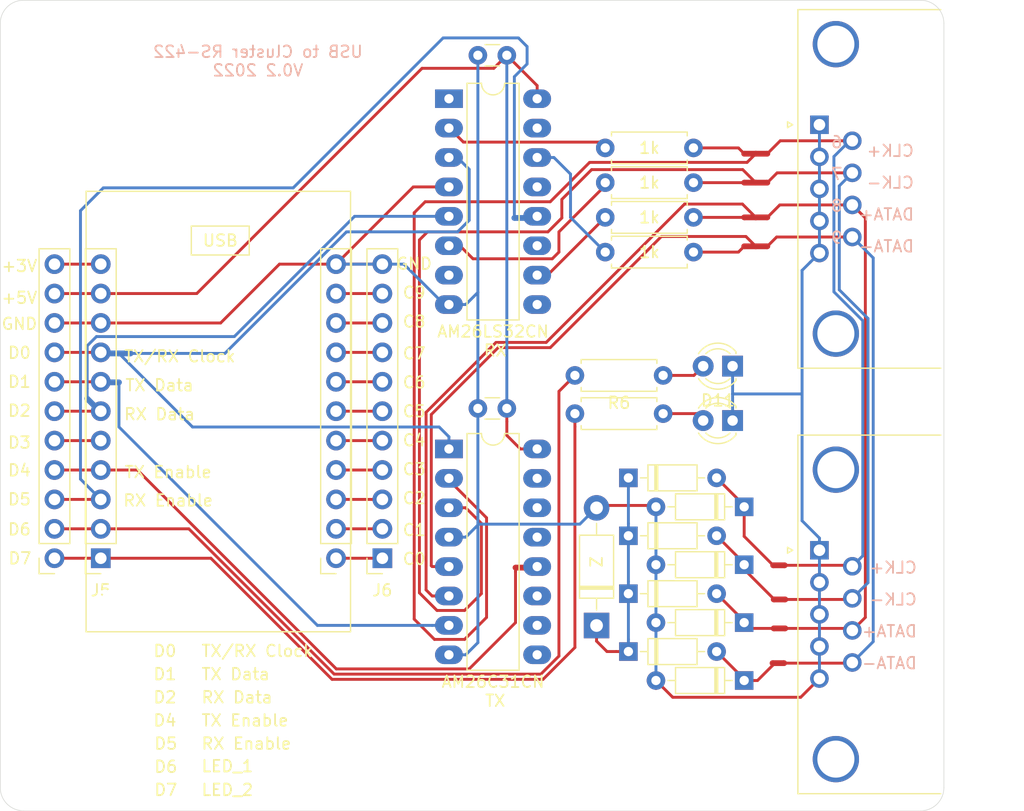
<source format=kicad_pcb>
(kicad_pcb (version 20171130) (host pcbnew 5.1.5+dfsg1-2build2)

  (general
    (thickness 1.6)
    (drawings 74)
    (tracks 278)
    (zones 0)
    (modules 48)
    (nets 63)
  )

  (page A4)
  (layers
    (0 F.Cu signal)
    (31 B.Cu signal)
    (32 B.Adhes user)
    (33 F.Adhes user)
    (34 B.Paste user)
    (35 F.Paste user)
    (36 B.SilkS user)
    (37 F.SilkS user)
    (38 B.Mask user)
    (39 F.Mask user)
    (40 Dwgs.User user)
    (41 Cmts.User user)
    (42 Eco1.User user)
    (43 Eco2.User user)
    (44 Edge.Cuts user)
    (45 Margin user)
    (46 B.CrtYd user hide)
    (47 F.CrtYd user)
    (48 B.Fab user hide)
    (49 F.Fab user hide)
  )

  (setup
    (last_trace_width 0.25)
    (trace_clearance 0.2)
    (zone_clearance 0.508)
    (zone_45_only no)
    (trace_min 0.2)
    (via_size 0.8)
    (via_drill 0.4)
    (via_min_size 0.4)
    (via_min_drill 0.3)
    (uvia_size 0.3)
    (uvia_drill 0.1)
    (uvias_allowed no)
    (uvia_min_size 0.2)
    (uvia_min_drill 0.1)
    (edge_width 0.05)
    (segment_width 0.2)
    (pcb_text_width 0.3)
    (pcb_text_size 1.5 1.5)
    (mod_edge_width 0.12)
    (mod_text_size 1 1)
    (mod_text_width 0.15)
    (pad_size 1.7 1.7)
    (pad_drill 1)
    (pad_to_mask_clearance 0.051)
    (solder_mask_min_width 0.25)
    (aux_axis_origin 0 0)
    (visible_elements FFFFFF7F)
    (pcbplotparams
      (layerselection 0x010fc_ffffffff)
      (usegerberextensions false)
      (usegerberattributes false)
      (usegerberadvancedattributes false)
      (creategerberjobfile false)
      (excludeedgelayer true)
      (linewidth 0.100000)
      (plotframeref false)
      (viasonmask false)
      (mode 1)
      (useauxorigin false)
      (hpglpennumber 1)
      (hpglpenspeed 20)
      (hpglpendiameter 15.000000)
      (psnegative false)
      (psa4output false)
      (plotreference true)
      (plotvalue true)
      (plotinvisibletext false)
      (padsonsilk false)
      (subtractmaskfromsilk true)
      (outputformat 1)
      (mirror false)
      (drillshape 0)
      (scaleselection 1)
      (outputdirectory "../fab 2022/AWS USB Cluster/"))
  )

  (net 0 "")
  (net 1 GND)
  (net 2 +5V)
  (net 3 /RXCA-)
  (net 4 "Net-(D2-Pad1)")
  (net 5 /RXCA+)
  (net 6 /RXDA-)
  (net 7 /RXDA+)
  (net 8 "Net-(J1-Pad9)")
  (net 9 "Net-(J1-Pad8)")
  (net 10 "Net-(J1-Pad7)")
  (net 11 "Net-(J1-Pad6)")
  (net 12 /C9)
  (net 13 /C8)
  (net 14 /C7)
  (net 15 /C6)
  (net 16 /C5)
  (net 17 /C4)
  (net 18 /C3)
  (net 19 /C2)
  (net 20 /C1)
  (net 21 /C0)
  (net 22 +3V0)
  (net 23 /D0)
  (net 24 /D1)
  (net 25 /D2)
  (net 26 /D3)
  (net 27 /D4)
  (net 28 /D5)
  (net 29 /D6)
  (net 30 /D7)
  (net 31 /TXDA-)
  (net 32 /TXDA+)
  (net 33 /TXCA-)
  (net 34 /TXCA+)
  (net 35 /E_TX-)
  (net 36 /TXDA)
  (net 37 /RXDA)
  (net 38 /TXCA)
  (net 39 "Net-(R1-Pad1)")
  (net 40 "Net-(R2-Pad1)")
  (net 41 "Net-(R3-Pad1)")
  (net 42 "Net-(R4-Pad1)")
  (net 43 "Net-(U1-Pad15)")
  (net 44 "Net-(U1-Pad7)")
  (net 45 "Net-(U1-Pad13)")
  (net 46 "Net-(U1-Pad11)")
  (net 47 /RXCA)
  (net 48 "Net-(U1-Pad9)")
  (net 49 "Net-(U1-Pad1)")
  (net 50 "Net-(U2-Pad15)")
  (net 51 "Net-(U2-Pad14)")
  (net 52 "Net-(U2-Pad13)")
  (net 53 "Net-(U2-Pad11)")
  (net 54 "Net-(U2-Pad10)")
  (net 55 "Net-(U2-Pad9)")
  (net 56 "Net-(D10-Pad2)")
  (net 57 /PRO_1)
  (net 58 /PRO_2)
  (net 59 /PRO_3)
  (net 60 /PRO_4)
  (net 61 /E_RX-)
  (net 62 "Net-(D11-Pad2)")

  (net_class Default "This is the default net class."
    (clearance 0.2)
    (trace_width 0.25)
    (via_dia 0.8)
    (via_drill 0.4)
    (uvia_dia 0.3)
    (uvia_drill 0.1)
    (add_net +3V0)
    (add_net +5V)
    (add_net /C0)
    (add_net /C1)
    (add_net /C2)
    (add_net /C3)
    (add_net /C4)
    (add_net /C5)
    (add_net /C6)
    (add_net /C7)
    (add_net /C8)
    (add_net /C9)
    (add_net /D0)
    (add_net /D1)
    (add_net /D2)
    (add_net /D3)
    (add_net /D4)
    (add_net /D5)
    (add_net /D6)
    (add_net /D7)
    (add_net /E_RX-)
    (add_net /E_TX-)
    (add_net /PRO_1)
    (add_net /PRO_2)
    (add_net /PRO_3)
    (add_net /PRO_4)
    (add_net /RXCA)
    (add_net /RXCA+)
    (add_net /RXCA-)
    (add_net /RXDA)
    (add_net /RXDA+)
    (add_net /RXDA-)
    (add_net /TXCA)
    (add_net /TXCA+)
    (add_net /TXCA-)
    (add_net /TXDA)
    (add_net /TXDA+)
    (add_net /TXDA-)
    (add_net GND)
    (add_net "Net-(D10-Pad2)")
    (add_net "Net-(D11-Pad2)")
    (add_net "Net-(D2-Pad1)")
    (add_net "Net-(J1-Pad6)")
    (add_net "Net-(J1-Pad7)")
    (add_net "Net-(J1-Pad8)")
    (add_net "Net-(J1-Pad9)")
    (add_net "Net-(R1-Pad1)")
    (add_net "Net-(R2-Pad1)")
    (add_net "Net-(R3-Pad1)")
    (add_net "Net-(R4-Pad1)")
    (add_net "Net-(U1-Pad1)")
    (add_net "Net-(U1-Pad11)")
    (add_net "Net-(U1-Pad13)")
    (add_net "Net-(U1-Pad15)")
    (add_net "Net-(U1-Pad7)")
    (add_net "Net-(U1-Pad9)")
    (add_net "Net-(U2-Pad10)")
    (add_net "Net-(U2-Pad11)")
    (add_net "Net-(U2-Pad13)")
    (add_net "Net-(U2-Pad14)")
    (add_net "Net-(U2-Pad15)")
    (add_net "Net-(U2-Pad9)")
  )

  (module Connector_Dsub:DSUB-9_Female_Horizontal_P2.77x2.84mm_EdgePinOffset7.70mm_Housed_MountingHolesOffset9.12mm (layer F.Cu) (tedit 59FEDEE2) (tstamp 62BEBCAC)
    (at 224.25 95.5 90)
    (descr "9-pin D-Sub connector, horizontal/angled (90 deg), THT-mount, female, pitch 2.77x2.84mm, pin-PCB-offset 7.699999999999999mm, distance of mounting holes 25mm, distance of mounting holes to PCB edge 9.12mm, see https://disti-assets.s3.amazonaws.com/tonar/files/datasheets/16730.pdf")
    (tags "9-pin D-Sub connector horizontal angled 90deg THT female pitch 2.77x2.84mm pin-PCB-offset 7.699999999999999mm mounting-holes-distance 25mm mounting-hole-offset 25mm")
    (path /629CA3A5)
    (fp_text reference J1 (at -5.54 -2.8 90) (layer F.SilkS) hide
      (effects (font (size 1 1) (thickness 0.15)))
    )
    (fp_text value DB9_Female (at -5.54 18.61 90) (layer F.Fab)
      (effects (font (size 1 1) (thickness 0.15)))
    )
    (fp_text user %R (at -5.54 14.025 90) (layer F.Fab)
      (effects (font (size 1 1) (thickness 0.15)))
    )
    (fp_line (start 10.4 -2.35) (end -21.5 -2.35) (layer F.CrtYd) (width 0.05))
    (fp_line (start 10.4 17.65) (end 10.4 -2.35) (layer F.CrtYd) (width 0.05))
    (fp_line (start -21.5 17.65) (end 10.4 17.65) (layer F.CrtYd) (width 0.05))
    (fp_line (start -21.5 -2.35) (end -21.5 17.65) (layer F.CrtYd) (width 0.05))
    (fp_line (start 0 -2.321325) (end -0.25 -2.754338) (layer F.SilkS) (width 0.12))
    (fp_line (start 0.25 -2.754338) (end 0 -2.321325) (layer F.SilkS) (width 0.12))
    (fp_line (start -0.25 -2.754338) (end 0.25 -2.754338) (layer F.SilkS) (width 0.12))
    (fp_line (start 9.945 -1.86) (end 9.945 10.48) (layer F.SilkS) (width 0.12))
    (fp_line (start -21.025 -1.86) (end 9.945 -1.86) (layer F.SilkS) (width 0.12))
    (fp_line (start -21.025 10.48) (end -21.025 -1.86) (layer F.SilkS) (width 0.12))
    (fp_line (start 8.56 10.54) (end 8.56 1.42) (layer F.Fab) (width 0.1))
    (fp_line (start 5.36 10.54) (end 5.36 1.42) (layer F.Fab) (width 0.1))
    (fp_line (start -16.44 10.54) (end -16.44 1.42) (layer F.Fab) (width 0.1))
    (fp_line (start -19.64 10.54) (end -19.64 1.42) (layer F.Fab) (width 0.1))
    (fp_line (start 9.46 10.94) (end 4.46 10.94) (layer F.Fab) (width 0.1))
    (fp_line (start 9.46 15.94) (end 9.46 10.94) (layer F.Fab) (width 0.1))
    (fp_line (start 4.46 15.94) (end 9.46 15.94) (layer F.Fab) (width 0.1))
    (fp_line (start 4.46 10.94) (end 4.46 15.94) (layer F.Fab) (width 0.1))
    (fp_line (start -15.54 10.94) (end -20.54 10.94) (layer F.Fab) (width 0.1))
    (fp_line (start -15.54 15.94) (end -15.54 10.94) (layer F.Fab) (width 0.1))
    (fp_line (start -20.54 15.94) (end -15.54 15.94) (layer F.Fab) (width 0.1))
    (fp_line (start -20.54 10.94) (end -20.54 15.94) (layer F.Fab) (width 0.1))
    (fp_line (start 2.61 10.94) (end -13.69 10.94) (layer F.Fab) (width 0.1))
    (fp_line (start 2.61 17.11) (end 2.61 10.94) (layer F.Fab) (width 0.1))
    (fp_line (start -13.69 17.11) (end 2.61 17.11) (layer F.Fab) (width 0.1))
    (fp_line (start -13.69 10.94) (end -13.69 17.11) (layer F.Fab) (width 0.1))
    (fp_line (start 9.885 10.54) (end -20.965 10.54) (layer F.Fab) (width 0.1))
    (fp_line (start 9.885 10.94) (end 9.885 10.54) (layer F.Fab) (width 0.1))
    (fp_line (start -20.965 10.94) (end 9.885 10.94) (layer F.Fab) (width 0.1))
    (fp_line (start -20.965 10.54) (end -20.965 10.94) (layer F.Fab) (width 0.1))
    (fp_line (start 9.885 -1.8) (end -20.965 -1.8) (layer F.Fab) (width 0.1))
    (fp_line (start 9.885 10.54) (end 9.885 -1.8) (layer F.Fab) (width 0.1))
    (fp_line (start -20.965 10.54) (end 9.885 10.54) (layer F.Fab) (width 0.1))
    (fp_line (start -20.965 -1.8) (end -20.965 10.54) (layer F.Fab) (width 0.1))
    (fp_arc (start 6.96 1.42) (end 5.36 1.42) (angle 180) (layer F.Fab) (width 0.1))
    (fp_arc (start -18.04 1.42) (end -19.64 1.42) (angle 180) (layer F.Fab) (width 0.1))
    (pad 0 thru_hole circle (at 6.96 1.42 90) (size 4 4) (drill 3.2) (layers *.Cu *.Mask))
    (pad 0 thru_hole circle (at -18.04 1.42 90) (size 4 4) (drill 3.2) (layers *.Cu *.Mask))
    (pad 9 thru_hole circle (at -9.695 2.84 90) (size 1.6 1.6) (drill 1) (layers *.Cu *.Mask)
      (net 8 "Net-(J1-Pad9)"))
    (pad 8 thru_hole circle (at -6.925 2.84 90) (size 1.6 1.6) (drill 1) (layers *.Cu *.Mask)
      (net 9 "Net-(J1-Pad8)"))
    (pad 7 thru_hole circle (at -4.155 2.84 90) (size 1.6 1.6) (drill 1) (layers *.Cu *.Mask)
      (net 10 "Net-(J1-Pad7)"))
    (pad 6 thru_hole circle (at -1.385 2.84 90) (size 1.6 1.6) (drill 1) (layers *.Cu *.Mask)
      (net 11 "Net-(J1-Pad6)"))
    (pad 5 thru_hole circle (at -11.08 0 90) (size 1.6 1.6) (drill 1) (layers *.Cu *.Mask)
      (net 1 GND))
    (pad 4 thru_hole circle (at -8.31 0 90) (size 1.6 1.6) (drill 1) (layers *.Cu *.Mask)
      (net 1 GND))
    (pad 3 thru_hole circle (at -5.54 0 90) (size 1.6 1.6) (drill 1) (layers *.Cu *.Mask)
      (net 1 GND))
    (pad 2 thru_hole circle (at -2.77 0 90) (size 1.6 1.6) (drill 1) (layers *.Cu *.Mask)
      (net 1 GND))
    (pad 1 thru_hole rect (at 0 0 90) (size 1.6 1.6) (drill 1) (layers *.Cu *.Mask)
      (net 1 GND))
    (model ${KISYS3DMOD}/Connector_Dsub.3dshapes/DSUB-9_Female_Horizontal_P2.77x2.84mm_EdgePinOffset7.70mm_Housed_MountingHolesOffset9.12mm.wrl
      (at (xyz 0 0 0))
      (scale (xyz 1 1 1))
      (rotate (xyz 0 0 0))
    )
  )

  (module Connector_PinSocket_2.54mm:PinSocket_1x11_P2.54mm_Vertical (layer F.Cu) (tedit 5A19A42E) (tstamp 62BF5295)
    (at 186.5 96.19 180)
    (descr "Through hole straight socket strip, 1x11, 2.54mm pitch, single row (from Kicad 4.0.7), script generated")
    (tags "Through hole socket strip THT 1x11 2.54mm single row")
    (path /62C8B541)
    (fp_text reference J6 (at 0 -2.77) (layer F.SilkS)
      (effects (font (size 1 1) (thickness 0.15)))
    )
    (fp_text value FT232H_Breakout_L (at 0 28.17) (layer F.Fab)
      (effects (font (size 1 1) (thickness 0.15)))
    )
    (fp_text user %R (at 0 12.7 90) (layer F.Fab)
      (effects (font (size 1 1) (thickness 0.15)))
    )
    (fp_line (start -1.8 27.15) (end -1.8 -1.8) (layer F.CrtYd) (width 0.05))
    (fp_line (start 1.75 27.15) (end -1.8 27.15) (layer F.CrtYd) (width 0.05))
    (fp_line (start 1.75 -1.8) (end 1.75 27.15) (layer F.CrtYd) (width 0.05))
    (fp_line (start -1.8 -1.8) (end 1.75 -1.8) (layer F.CrtYd) (width 0.05))
    (fp_line (start 0 -1.33) (end 1.33 -1.33) (layer F.SilkS) (width 0.12))
    (fp_line (start 1.33 -1.33) (end 1.33 0) (layer F.SilkS) (width 0.12))
    (fp_line (start 1.33 1.27) (end 1.33 26.73) (layer F.SilkS) (width 0.12))
    (fp_line (start -1.33 26.73) (end 1.33 26.73) (layer F.SilkS) (width 0.12))
    (fp_line (start -1.33 1.27) (end -1.33 26.73) (layer F.SilkS) (width 0.12))
    (fp_line (start -1.33 1.27) (end 1.33 1.27) (layer F.SilkS) (width 0.12))
    (fp_line (start -1.27 26.67) (end -1.27 -1.27) (layer F.Fab) (width 0.1))
    (fp_line (start 1.27 26.67) (end -1.27 26.67) (layer F.Fab) (width 0.1))
    (fp_line (start 1.27 -0.635) (end 1.27 26.67) (layer F.Fab) (width 0.1))
    (fp_line (start 0.635 -1.27) (end 1.27 -0.635) (layer F.Fab) (width 0.1))
    (fp_line (start -1.27 -1.27) (end 0.635 -1.27) (layer F.Fab) (width 0.1))
    (pad 11 thru_hole oval (at 0 25.4 180) (size 1.7 1.7) (drill 1) (layers *.Cu *.Mask)
      (net 1 GND))
    (pad 10 thru_hole oval (at 0 22.86 180) (size 1.7 1.7) (drill 1) (layers *.Cu *.Mask)
      (net 12 /C9))
    (pad 9 thru_hole oval (at 0 20.32 180) (size 1.7 1.7) (drill 1) (layers *.Cu *.Mask)
      (net 13 /C8))
    (pad 8 thru_hole oval (at 0 17.78 180) (size 1.7 1.7) (drill 1) (layers *.Cu *.Mask)
      (net 14 /C7))
    (pad 7 thru_hole oval (at 0 15.24 180) (size 1.7 1.7) (drill 1) (layers *.Cu *.Mask)
      (net 15 /C6))
    (pad 6 thru_hole oval (at 0 12.7 180) (size 1.7 1.7) (drill 1) (layers *.Cu *.Mask)
      (net 16 /C5))
    (pad 5 thru_hole oval (at 0 10.16 180) (size 1.7 1.7) (drill 1) (layers *.Cu *.Mask)
      (net 17 /C4))
    (pad 4 thru_hole oval (at 0 7.62 180) (size 1.7 1.7) (drill 1) (layers *.Cu *.Mask)
      (net 18 /C3))
    (pad 3 thru_hole oval (at 0 5.08 180) (size 1.7 1.7) (drill 1) (layers *.Cu *.Mask)
      (net 19 /C2))
    (pad 2 thru_hole oval (at 0 2.54 180) (size 1.7 1.7) (drill 1) (layers *.Cu *.Mask)
      (net 20 /C1))
    (pad 1 thru_hole rect (at 0 0 180) (size 1.7 1.7) (drill 1) (layers *.Cu *.Mask)
      (net 21 /C0))
    (model ${KISYS3DMOD}/Connector_PinSocket_2.54mm.3dshapes/PinSocket_1x11_P2.54mm_Vertical.wrl
      (at (xyz 0 0 0))
      (scale (xyz 1 1 1))
      (rotate (xyz 0 0 0))
    )
  )

  (module Connector_PinSocket_2.54mm:PinSocket_1x11_P2.54mm_Vertical locked (layer F.Cu) (tedit 5A19A42E) (tstamp 62BF5DDA)
    (at 162.18 96.19 180)
    (descr "Through hole straight socket strip, 1x11, 2.54mm pitch, single row (from Kicad 4.0.7), script generated")
    (tags "Through hole socket strip THT 1x11 2.54mm single row")
    (path /62C77CC9)
    (fp_text reference J5 (at 0 -2.77) (layer F.SilkS)
      (effects (font (size 1 1) (thickness 0.15)))
    )
    (fp_text value FT232H_Breakout_R (at 0 28.17) (layer F.Fab)
      (effects (font (size 1 1) (thickness 0.15)))
    )
    (fp_text user %R (at 0 12.7 90) (layer F.Fab)
      (effects (font (size 1 1) (thickness 0.15)))
    )
    (fp_line (start -1.8 27.15) (end -1.8 -1.8) (layer F.CrtYd) (width 0.05))
    (fp_line (start 1.75 27.15) (end -1.8 27.15) (layer F.CrtYd) (width 0.05))
    (fp_line (start 1.75 -1.8) (end 1.75 27.15) (layer F.CrtYd) (width 0.05))
    (fp_line (start -1.8 -1.8) (end 1.75 -1.8) (layer F.CrtYd) (width 0.05))
    (fp_line (start 0 -1.33) (end 1.33 -1.33) (layer F.SilkS) (width 0.12))
    (fp_line (start 1.33 -1.33) (end 1.33 0) (layer F.SilkS) (width 0.12))
    (fp_line (start 1.33 1.27) (end 1.33 26.73) (layer F.SilkS) (width 0.12))
    (fp_line (start -1.33 26.73) (end 1.33 26.73) (layer F.SilkS) (width 0.12))
    (fp_line (start -1.33 1.27) (end -1.33 26.73) (layer F.SilkS) (width 0.12))
    (fp_line (start -1.33 1.27) (end 1.33 1.27) (layer F.SilkS) (width 0.12))
    (fp_line (start -1.27 26.67) (end -1.27 -1.27) (layer F.Fab) (width 0.1))
    (fp_line (start 1.27 26.67) (end -1.27 26.67) (layer F.Fab) (width 0.1))
    (fp_line (start 1.27 -0.635) (end 1.27 26.67) (layer F.Fab) (width 0.1))
    (fp_line (start 0.635 -1.27) (end 1.27 -0.635) (layer F.Fab) (width 0.1))
    (fp_line (start -1.27 -1.27) (end 0.635 -1.27) (layer F.Fab) (width 0.1))
    (pad 11 thru_hole oval (at 0 25.4 180) (size 1.7 1.7) (drill 1) (layers *.Cu *.Mask)
      (net 22 +3V0))
    (pad 10 thru_hole oval (at 0 22.86 180) (size 1.7 1.7) (drill 1) (layers *.Cu *.Mask)
      (net 2 +5V))
    (pad 9 thru_hole oval (at 0 20.32 180) (size 1.7 1.7) (drill 1) (layers *.Cu *.Mask)
      (net 1 GND))
    (pad 8 thru_hole oval (at 0 17.78 180) (size 1.7 1.7) (drill 1) (layers *.Cu *.Mask)
      (net 23 /D0))
    (pad 7 thru_hole oval (at 0 15.24 180) (size 1.7 1.7) (drill 1) (layers *.Cu *.Mask)
      (net 24 /D1))
    (pad 6 thru_hole oval (at 0 12.7 180) (size 1.7 1.7) (drill 1) (layers *.Cu *.Mask)
      (net 25 /D2))
    (pad 5 thru_hole oval (at 0 10.16 180) (size 1.7 1.7) (drill 1) (layers *.Cu *.Mask)
      (net 26 /D3))
    (pad 4 thru_hole oval (at 0 7.62 180) (size 1.7 1.7) (drill 1) (layers *.Cu *.Mask)
      (net 27 /D4))
    (pad 3 thru_hole oval (at 0 5.08 180) (size 1.7 1.7) (drill 1) (layers *.Cu *.Mask)
      (net 28 /D5))
    (pad 2 thru_hole oval (at 0 2.54 180) (size 1.7 1.7) (drill 1) (layers *.Cu *.Mask)
      (net 29 /D6))
    (pad 1 thru_hole rect (at 0 0 180) (size 1.7 1.7) (drill 1) (layers *.Cu *.Mask)
      (net 30 /D7))
    (model ${KISYS3DMOD}/Connector_PinSocket_2.54mm.3dshapes/PinSocket_1x11_P2.54mm_Vertical.wrl
      (at (xyz 0 0 0))
      (scale (xyz 1 1 1))
      (rotate (xyz 0 0 0))
    )
  )

  (module Resistor_THT:R_Axial_DIN0207_L6.3mm_D2.5mm_P7.62mm_Horizontal (layer F.Cu) (tedit 5AE5139B) (tstamp 62BEB11C)
    (at 210.75 80.4 180)
    (descr "Resistor, Axial_DIN0207 series, Axial, Horizontal, pin pitch=7.62mm, 0.25W = 1/4W, length*diameter=6.3*2.5mm^2, http://cdn-reichelt.de/documents/datenblatt/B400/1_4W%23YAG.pdf")
    (tags "Resistor Axial_DIN0207 series Axial Horizontal pin pitch 7.62mm 0.25W = 1/4W length 6.3mm diameter 2.5mm")
    (path /62C58C98)
    (fp_text reference R6 (at 3.81 -2.37) (layer F.SilkS)
      (effects (font (size 1 1) (thickness 0.15)))
    )
    (fp_text value R (at 3.81 2.37) (layer F.Fab)
      (effects (font (size 1 1) (thickness 0.15)))
    )
    (fp_text user %R (at 3.81 0) (layer F.Fab)
      (effects (font (size 1 1) (thickness 0.15)))
    )
    (fp_line (start 8.67 -1.5) (end -1.05 -1.5) (layer F.CrtYd) (width 0.05))
    (fp_line (start 8.67 1.5) (end 8.67 -1.5) (layer F.CrtYd) (width 0.05))
    (fp_line (start -1.05 1.5) (end 8.67 1.5) (layer F.CrtYd) (width 0.05))
    (fp_line (start -1.05 -1.5) (end -1.05 1.5) (layer F.CrtYd) (width 0.05))
    (fp_line (start 7.08 1.37) (end 7.08 1.04) (layer F.SilkS) (width 0.12))
    (fp_line (start 0.54 1.37) (end 7.08 1.37) (layer F.SilkS) (width 0.12))
    (fp_line (start 0.54 1.04) (end 0.54 1.37) (layer F.SilkS) (width 0.12))
    (fp_line (start 7.08 -1.37) (end 7.08 -1.04) (layer F.SilkS) (width 0.12))
    (fp_line (start 0.54 -1.37) (end 7.08 -1.37) (layer F.SilkS) (width 0.12))
    (fp_line (start 0.54 -1.04) (end 0.54 -1.37) (layer F.SilkS) (width 0.12))
    (fp_line (start 7.62 0) (end 6.96 0) (layer F.Fab) (width 0.1))
    (fp_line (start 0 0) (end 0.66 0) (layer F.Fab) (width 0.1))
    (fp_line (start 6.96 -1.25) (end 0.66 -1.25) (layer F.Fab) (width 0.1))
    (fp_line (start 6.96 1.25) (end 6.96 -1.25) (layer F.Fab) (width 0.1))
    (fp_line (start 0.66 1.25) (end 6.96 1.25) (layer F.Fab) (width 0.1))
    (fp_line (start 0.66 -1.25) (end 0.66 1.25) (layer F.Fab) (width 0.1))
    (pad 2 thru_hole oval (at 7.62 0 180) (size 1.6 1.6) (drill 0.8) (layers *.Cu *.Mask)
      (net 29 /D6))
    (pad 1 thru_hole circle (at 0 0 180) (size 1.6 1.6) (drill 0.8) (layers *.Cu *.Mask)
      (net 62 "Net-(D11-Pad2)"))
    (model ${KISYS3DMOD}/Resistor_THT.3dshapes/R_Axial_DIN0207_L6.3mm_D2.5mm_P7.62mm_Horizontal.wrl
      (at (xyz 0 0 0))
      (scale (xyz 1 1 1))
      (rotate (xyz 0 0 0))
    )
  )

  (module LED_THT:LED_D3.0mm (layer F.Cu) (tedit 587A3A7B) (tstamp 62BE900D)
    (at 216.75 79.6 180)
    (descr "LED, diameter 3.0mm, 2 pins")
    (tags "LED diameter 3.0mm 2 pins")
    (path /62C58C92)
    (fp_text reference D11 (at 1.27 -2.96) (layer F.SilkS)
      (effects (font (size 1 1) (thickness 0.15)))
    )
    (fp_text value LED (at 1.27 2.96) (layer F.Fab)
      (effects (font (size 1 1) (thickness 0.15)))
    )
    (fp_line (start 3.7 -2.25) (end -1.15 -2.25) (layer F.CrtYd) (width 0.05))
    (fp_line (start 3.7 2.25) (end 3.7 -2.25) (layer F.CrtYd) (width 0.05))
    (fp_line (start -1.15 2.25) (end 3.7 2.25) (layer F.CrtYd) (width 0.05))
    (fp_line (start -1.15 -2.25) (end -1.15 2.25) (layer F.CrtYd) (width 0.05))
    (fp_line (start -0.29 1.08) (end -0.29 1.236) (layer F.SilkS) (width 0.12))
    (fp_line (start -0.29 -1.236) (end -0.29 -1.08) (layer F.SilkS) (width 0.12))
    (fp_line (start -0.23 -1.16619) (end -0.23 1.16619) (layer F.Fab) (width 0.1))
    (fp_circle (center 1.27 0) (end 2.77 0) (layer F.Fab) (width 0.1))
    (fp_arc (start 1.27 0) (end 0.229039 1.08) (angle -87.9) (layer F.SilkS) (width 0.12))
    (fp_arc (start 1.27 0) (end 0.229039 -1.08) (angle 87.9) (layer F.SilkS) (width 0.12))
    (fp_arc (start 1.27 0) (end -0.29 1.235516) (angle -108.8) (layer F.SilkS) (width 0.12))
    (fp_arc (start 1.27 0) (end -0.29 -1.235516) (angle 108.8) (layer F.SilkS) (width 0.12))
    (fp_arc (start 1.27 0) (end -0.23 -1.16619) (angle 284.3) (layer F.Fab) (width 0.1))
    (pad 2 thru_hole circle (at 2.54 0 180) (size 1.8 1.8) (drill 0.9) (layers *.Cu *.Mask)
      (net 62 "Net-(D11-Pad2)"))
    (pad 1 thru_hole rect (at 0 0 180) (size 1.8 1.8) (drill 0.9) (layers *.Cu *.Mask)
      (net 1 GND))
    (model ${KISYS3DMOD}/LED_THT.3dshapes/LED_D3.0mm.wrl
      (at (xyz 0 0 0))
      (scale (xyz 1 1 1))
      (rotate (xyz 0 0 0))
    )
  )

  (module Package_DIP:DIP-16_W7.62mm_LongPads (layer F.Cu) (tedit 5A02E8C5) (tstamp 629D0ADA)
    (at 192.25 56.5)
    (descr "16-lead though-hole mounted DIP package, row spacing 7.62 mm (300 mils), LongPads")
    (tags "THT DIP DIL PDIP 2.54mm 7.62mm 300mil LongPads")
    (path /629C726D)
    (fp_text reference U1 (at 3.81 -2.33) (layer F.SilkS) hide
      (effects (font (size 1 1) (thickness 0.15)))
    )
    (fp_text value AM26LS32CN (at 3.81 20.11) (layer F.SilkS)
      (effects (font (size 1 1) (thickness 0.15)))
    )
    (fp_text user %R (at 3.81 8.89) (layer F.Fab)
      (effects (font (size 1 1) (thickness 0.15)))
    )
    (fp_line (start 9.1 -1.55) (end -1.45 -1.55) (layer F.CrtYd) (width 0.05))
    (fp_line (start 9.1 19.3) (end 9.1 -1.55) (layer F.CrtYd) (width 0.05))
    (fp_line (start -1.45 19.3) (end 9.1 19.3) (layer F.CrtYd) (width 0.05))
    (fp_line (start -1.45 -1.55) (end -1.45 19.3) (layer F.CrtYd) (width 0.05))
    (fp_line (start 6.06 -1.33) (end 4.81 -1.33) (layer F.SilkS) (width 0.12))
    (fp_line (start 6.06 19.11) (end 6.06 -1.33) (layer F.SilkS) (width 0.12))
    (fp_line (start 1.56 19.11) (end 6.06 19.11) (layer F.SilkS) (width 0.12))
    (fp_line (start 1.56 -1.33) (end 1.56 19.11) (layer F.SilkS) (width 0.12))
    (fp_line (start 2.81 -1.33) (end 1.56 -1.33) (layer F.SilkS) (width 0.12))
    (fp_line (start 0.635 -0.27) (end 1.635 -1.27) (layer F.Fab) (width 0.1))
    (fp_line (start 0.635 19.05) (end 0.635 -0.27) (layer F.Fab) (width 0.1))
    (fp_line (start 6.985 19.05) (end 0.635 19.05) (layer F.Fab) (width 0.1))
    (fp_line (start 6.985 -1.27) (end 6.985 19.05) (layer F.Fab) (width 0.1))
    (fp_line (start 1.635 -1.27) (end 6.985 -1.27) (layer F.Fab) (width 0.1))
    (fp_arc (start 3.81 -1.33) (end 2.81 -1.33) (angle -180) (layer F.SilkS) (width 0.12))
    (pad 16 thru_hole oval (at 7.62 0) (size 2.4 1.6) (drill 0.8) (layers *.Cu *.Mask)
      (net 2 +5V))
    (pad 8 thru_hole oval (at 0 17.78) (size 2.4 1.6) (drill 0.8) (layers *.Cu *.Mask)
      (net 1 GND))
    (pad 15 thru_hole oval (at 7.62 2.54) (size 2.4 1.6) (drill 0.8) (layers *.Cu *.Mask)
      (net 43 "Net-(U1-Pad15)"))
    (pad 7 thru_hole oval (at 0 15.24) (size 2.4 1.6) (drill 0.8) (layers *.Cu *.Mask)
      (net 44 "Net-(U1-Pad7)"))
    (pad 14 thru_hole oval (at 7.62 5.08) (size 2.4 1.6) (drill 0.8) (layers *.Cu *.Mask)
      (net 42 "Net-(R4-Pad1)"))
    (pad 6 thru_hole oval (at 0 12.7) (size 2.4 1.6) (drill 0.8) (layers *.Cu *.Mask)
      (net 40 "Net-(R2-Pad1)"))
    (pad 13 thru_hole oval (at 7.62 7.62) (size 2.4 1.6) (drill 0.8) (layers *.Cu *.Mask)
      (net 45 "Net-(U1-Pad13)"))
    (pad 5 thru_hole oval (at 0 10.16) (size 2.4 1.6) (drill 0.8) (layers *.Cu *.Mask)
      (net 37 /RXDA))
    (pad 12 thru_hole oval (at 7.62 10.16) (size 2.4 1.6) (drill 0.8) (layers *.Cu *.Mask)
      (net 61 /E_RX-))
    (pad 4 thru_hole oval (at 0 7.62) (size 2.4 1.6) (drill 0.8) (layers *.Cu *.Mask)
      (net 1 GND))
    (pad 11 thru_hole oval (at 7.62 12.7) (size 2.4 1.6) (drill 0.8) (layers *.Cu *.Mask)
      (net 46 "Net-(U1-Pad11)"))
    (pad 3 thru_hole oval (at 0 5.08) (size 2.4 1.6) (drill 0.8) (layers *.Cu *.Mask)
      (net 47 /RXCA))
    (pad 10 thru_hole oval (at 7.62 15.24) (size 2.4 1.6) (drill 0.8) (layers *.Cu *.Mask)
      (net 41 "Net-(R3-Pad1)"))
    (pad 2 thru_hole oval (at 0 2.54) (size 2.4 1.6) (drill 0.8) (layers *.Cu *.Mask)
      (net 39 "Net-(R1-Pad1)"))
    (pad 9 thru_hole oval (at 7.62 17.78) (size 2.4 1.6) (drill 0.8) (layers *.Cu *.Mask)
      (net 48 "Net-(U1-Pad9)"))
    (pad 1 thru_hole rect (at 0 0) (size 2.4 1.6) (drill 0.8) (layers *.Cu *.Mask)
      (net 49 "Net-(U1-Pad1)"))
    (model ${KISYS3DMOD}/Package_DIP.3dshapes/DIP-16_W7.62mm.wrl
      (at (xyz 0 0 0))
      (scale (xyz 1 1 1))
      (rotate (xyz 0 0 0))
    )
  )

  (module NetTie:NetTie-2_SMD_Pad0.5mm (layer B.Cu) (tedit 5A1CF6D3) (tstamp 62BE6C08)
    (at 198.4 66.8)
    (descr "Net tie, 2 pin, 0.5mm square SMD pads")
    (tags "net tie")
    (path /62C1CD33)
    (attr virtual)
    (fp_text reference NT13 (at 0 1.2) (layer B.SilkS) hide
      (effects (font (size 1 1) (thickness 0.15)) (justify mirror))
    )
    (fp_text value "Enable RX" (at 0 -1.2) (layer B.Fab)
      (effects (font (size 1 1) (thickness 0.15)) (justify mirror))
    )
    (fp_line (start -1 0.5) (end -1 -0.5) (layer B.CrtYd) (width 0.05))
    (fp_line (start -1 -0.5) (end 1 -0.5) (layer B.CrtYd) (width 0.05))
    (fp_line (start 1 -0.5) (end 1 0.5) (layer B.CrtYd) (width 0.05))
    (fp_line (start 1 0.5) (end -1 0.5) (layer B.CrtYd) (width 0.05))
    (fp_poly (pts (xy -0.5 0.25) (xy 0.5 0.25) (xy 0.5 -0.25) (xy -0.5 -0.25)) (layer B.Cu) (width 0))
    (pad 2 smd circle (at 0.5 0) (size 0.5 0.5) (layers B.Cu)
      (net 61 /E_RX-))
    (pad 1 smd circle (at -0.5 0) (size 0.5 0.5) (layers B.Cu)
      (net 28 /D5))
  )

  (module Diode_THT:D_DO-41_SOD81_P10.16mm_Horizontal (layer F.Cu) (tedit 5AE50CD5) (tstamp 629CA9C7)
    (at 205 102 90)
    (descr "Diode, DO-41_SOD81 series, Axial, Horizontal, pin pitch=10.16mm, , length*diameter=5.2*2.7mm^2, , http://www.diodes.com/_files/packages/DO-41%20(Plastic).pdf")
    (tags "Diode DO-41_SOD81 series Axial Horizontal pin pitch 10.16mm  length 5.2mm diameter 2.7mm")
    (path /62ABA009)
    (fp_text reference D9 (at 5.08 -2.47 90) (layer F.SilkS) hide
      (effects (font (size 1 1) (thickness 0.15)))
    )
    (fp_text value 1N4733 (at 5.08 2.47 90) (layer F.Fab)
      (effects (font (size 1 1) (thickness 0.15)))
    )
    (fp_text user K (at 0 -2.1 90) (layer F.SilkS) hide
      (effects (font (size 1 1) (thickness 0.15)))
    )
    (fp_text user K (at 0 -2.1 90) (layer F.Fab)
      (effects (font (size 1 1) (thickness 0.15)))
    )
    (fp_text user %R (at 5.47 0 90) (layer F.Fab)
      (effects (font (size 1 1) (thickness 0.15)))
    )
    (fp_line (start 11.51 -1.6) (end -1.35 -1.6) (layer F.CrtYd) (width 0.05))
    (fp_line (start 11.51 1.6) (end 11.51 -1.6) (layer F.CrtYd) (width 0.05))
    (fp_line (start -1.35 1.6) (end 11.51 1.6) (layer F.CrtYd) (width 0.05))
    (fp_line (start -1.35 -1.6) (end -1.35 1.6) (layer F.CrtYd) (width 0.05))
    (fp_line (start 3.14 -1.47) (end 3.14 1.47) (layer F.SilkS) (width 0.12))
    (fp_line (start 3.38 -1.47) (end 3.38 1.47) (layer F.SilkS) (width 0.12))
    (fp_line (start 3.26 -1.47) (end 3.26 1.47) (layer F.SilkS) (width 0.12))
    (fp_line (start 8.82 0) (end 7.8 0) (layer F.SilkS) (width 0.12))
    (fp_line (start 1.34 0) (end 2.36 0) (layer F.SilkS) (width 0.12))
    (fp_line (start 7.8 -1.47) (end 2.36 -1.47) (layer F.SilkS) (width 0.12))
    (fp_line (start 7.8 1.47) (end 7.8 -1.47) (layer F.SilkS) (width 0.12))
    (fp_line (start 2.36 1.47) (end 7.8 1.47) (layer F.SilkS) (width 0.12))
    (fp_line (start 2.36 -1.47) (end 2.36 1.47) (layer F.SilkS) (width 0.12))
    (fp_line (start 3.16 -1.35) (end 3.16 1.35) (layer F.Fab) (width 0.1))
    (fp_line (start 3.36 -1.35) (end 3.36 1.35) (layer F.Fab) (width 0.1))
    (fp_line (start 3.26 -1.35) (end 3.26 1.35) (layer F.Fab) (width 0.1))
    (fp_line (start 10.16 0) (end 7.68 0) (layer F.Fab) (width 0.1))
    (fp_line (start 0 0) (end 2.48 0) (layer F.Fab) (width 0.1))
    (fp_line (start 7.68 -1.35) (end 2.48 -1.35) (layer F.Fab) (width 0.1))
    (fp_line (start 7.68 1.35) (end 7.68 -1.35) (layer F.Fab) (width 0.1))
    (fp_line (start 2.48 1.35) (end 7.68 1.35) (layer F.Fab) (width 0.1))
    (fp_line (start 2.48 -1.35) (end 2.48 1.35) (layer F.Fab) (width 0.1))
    (pad 2 thru_hole oval (at 10.16 0 90) (size 2.2 2.2) (drill 1.1) (layers *.Cu *.Mask)
      (net 1 GND))
    (pad 1 thru_hole rect (at 0 0 90) (size 2.2 2.2) (drill 1.1) (layers *.Cu *.Mask)
      (net 4 "Net-(D2-Pad1)"))
    (model ${KISYS3DMOD}/Diode_THT.3dshapes/D_DO-41_SOD81_P10.16mm_Horizontal.wrl
      (at (xyz 0 0 0))
      (scale (xyz 1 1 1))
      (rotate (xyz 0 0 0))
    )
  )

  (module NetTie:NetTie-2_SMD_Pad0.5mm (layer F.Cu) (tedit 5A1CF6D3) (tstamp 629C4DC9)
    (at 220.75 96.8)
    (descr "Net tie, 2 pin, 0.5mm square SMD pads")
    (tags "net tie")
    (path /62AB1733)
    (attr virtual)
    (fp_text reference NT12 (at 0 -1.2) (layer F.SilkS) hide
      (effects (font (size 1 1) (thickness 0.15)))
    )
    (fp_text value PRO_NET (at 0 1.2) (layer F.Fab)
      (effects (font (size 1 1) (thickness 0.15)))
    )
    (fp_line (start -1 -0.5) (end -1 0.5) (layer F.CrtYd) (width 0.05))
    (fp_line (start -1 0.5) (end 1 0.5) (layer F.CrtYd) (width 0.05))
    (fp_line (start 1 0.5) (end 1 -0.5) (layer F.CrtYd) (width 0.05))
    (fp_line (start 1 -0.5) (end -1 -0.5) (layer F.CrtYd) (width 0.05))
    (fp_poly (pts (xy -0.5 -0.25) (xy 0.5 -0.25) (xy 0.5 0.25) (xy -0.5 0.25)) (layer F.Cu) (width 0))
    (pad 2 smd circle (at 0.5 0) (size 0.5 0.5) (layers F.Cu)
      (net 11 "Net-(J1-Pad6)"))
    (pad 1 smd circle (at -0.5 0) (size 0.5 0.5) (layers F.Cu)
      (net 60 /PRO_4))
  )

  (module NetTie:NetTie-2_SMD_Pad0.5mm (layer F.Cu) (tedit 5A1CF6D3) (tstamp 629C4DBE)
    (at 220.8 99.75)
    (descr "Net tie, 2 pin, 0.5mm square SMD pads")
    (tags "net tie")
    (path /62AB1461)
    (attr virtual)
    (fp_text reference NT11 (at 0 -1.2) (layer F.SilkS) hide
      (effects (font (size 1 1) (thickness 0.15)))
    )
    (fp_text value PRO_NET (at 0 1.2) (layer F.Fab)
      (effects (font (size 1 1) (thickness 0.15)))
    )
    (fp_line (start -1 -0.5) (end -1 0.5) (layer F.CrtYd) (width 0.05))
    (fp_line (start -1 0.5) (end 1 0.5) (layer F.CrtYd) (width 0.05))
    (fp_line (start 1 0.5) (end 1 -0.5) (layer F.CrtYd) (width 0.05))
    (fp_line (start 1 -0.5) (end -1 -0.5) (layer F.CrtYd) (width 0.05))
    (fp_poly (pts (xy -0.5 -0.25) (xy 0.5 -0.25) (xy 0.5 0.25) (xy -0.5 0.25)) (layer F.Cu) (width 0))
    (pad 2 smd circle (at 0.5 0) (size 0.5 0.5) (layers F.Cu)
      (net 10 "Net-(J1-Pad7)"))
    (pad 1 smd circle (at -0.5 0) (size 0.5 0.5) (layers F.Cu)
      (net 59 /PRO_3))
  )

  (module NetTie:NetTie-2_SMD_Pad0.5mm (layer F.Cu) (tedit 5A1CF6D3) (tstamp 629C4DB3)
    (at 220.8 102.25)
    (descr "Net tie, 2 pin, 0.5mm square SMD pads")
    (tags "net tie")
    (path /62AB11FF)
    (attr virtual)
    (fp_text reference NT10 (at 0 -1.2) (layer F.SilkS) hide
      (effects (font (size 1 1) (thickness 0.15)))
    )
    (fp_text value PRO_NET (at 0 1.2) (layer F.Fab)
      (effects (font (size 1 1) (thickness 0.15)))
    )
    (fp_line (start -1 -0.5) (end -1 0.5) (layer F.CrtYd) (width 0.05))
    (fp_line (start -1 0.5) (end 1 0.5) (layer F.CrtYd) (width 0.05))
    (fp_line (start 1 0.5) (end 1 -0.5) (layer F.CrtYd) (width 0.05))
    (fp_line (start 1 -0.5) (end -1 -0.5) (layer F.CrtYd) (width 0.05))
    (fp_poly (pts (xy -0.5 -0.25) (xy 0.5 -0.25) (xy 0.5 0.25) (xy -0.5 0.25)) (layer F.Cu) (width 0))
    (pad 2 smd circle (at 0.5 0) (size 0.5 0.5) (layers F.Cu)
      (net 9 "Net-(J1-Pad8)"))
    (pad 1 smd circle (at -0.5 0) (size 0.5 0.5) (layers F.Cu)
      (net 58 /PRO_2))
  )

  (module NetTie:NetTie-2_SMD_Pad0.5mm (layer F.Cu) (tedit 5A1CF6D3) (tstamp 629C4DA8)
    (at 220.7 105.25)
    (descr "Net tie, 2 pin, 0.5mm square SMD pads")
    (tags "net tie")
    (path /62AA8CE6)
    (attr virtual)
    (fp_text reference NT9 (at 0 -1.2) (layer F.SilkS) hide
      (effects (font (size 1 1) (thickness 0.15)))
    )
    (fp_text value PRO_NET (at 0 1.2) (layer F.Fab)
      (effects (font (size 1 1) (thickness 0.15)))
    )
    (fp_line (start -1 -0.5) (end -1 0.5) (layer F.CrtYd) (width 0.05))
    (fp_line (start -1 0.5) (end 1 0.5) (layer F.CrtYd) (width 0.05))
    (fp_line (start 1 0.5) (end 1 -0.5) (layer F.CrtYd) (width 0.05))
    (fp_line (start 1 -0.5) (end -1 -0.5) (layer F.CrtYd) (width 0.05))
    (fp_poly (pts (xy -0.5 -0.25) (xy 0.5 -0.25) (xy 0.5 0.25) (xy -0.5 0.25)) (layer F.Cu) (width 0))
    (pad 2 smd circle (at 0.5 0) (size 0.5 0.5) (layers F.Cu)
      (net 8 "Net-(J1-Pad9)"))
    (pad 1 smd circle (at -0.5 0) (size 0.5 0.5) (layers F.Cu)
      (net 57 /PRO_1))
  )

  (module MountingHole:MountingHole_3.2mm_M3 (layer F.Cu) (tedit 56D1B4CB) (tstamp 62BF4394)
    (at 157.5 114)
    (descr "Mounting Hole 3.2mm, no annular, M3")
    (tags "mounting hole 3.2mm no annular m3")
    (path /629C8F4F)
    (attr virtual)
    (fp_text reference H8 (at 1.374999 -1.825001) (layer F.SilkS) hide
      (effects (font (size 1 1) (thickness 0.15)))
    )
    (fp_text value MountingHole (at 0 4.2) (layer F.Fab)
      (effects (font (size 1 1) (thickness 0.15)))
    )
    (fp_circle (center 0 0) (end 3.45 0) (layer F.CrtYd) (width 0.05))
    (fp_circle (center 0 0) (end 3.2 0) (layer Cmts.User) (width 0.15))
    (fp_text user %R (at 0.3 0) (layer F.Fab)
      (effects (font (size 1 1) (thickness 0.15)))
    )
    (pad 1 np_thru_hole circle (at 0 0) (size 3.2 3.2) (drill 3.2) (layers *.Cu *.Mask))
  )

  (module MountingHole:MountingHole_3.2mm_M3 (layer F.Cu) (tedit 56D1B4CB) (tstamp 629CF84D)
    (at 217 52)
    (descr "Mounting Hole 3.2mm, no annular, M3")
    (tags "mounting hole 3.2mm no annular m3")
    (path /629C8D01)
    (attr virtual)
    (fp_text reference H7 (at 0 -4.2) (layer F.SilkS) hide
      (effects (font (size 1 1) (thickness 0.15)))
    )
    (fp_text value MountingHole (at 0 4.2) (layer F.Fab)
      (effects (font (size 1 1) (thickness 0.15)))
    )
    (fp_circle (center 0 0) (end 3.45 0) (layer F.CrtYd) (width 0.05))
    (fp_circle (center 0 0) (end 3.2 0) (layer Cmts.User) (width 0.15))
    (fp_text user %R (at 0.3 0) (layer F.Fab)
      (effects (font (size 1 1) (thickness 0.15)))
    )
    (pad 1 np_thru_hole circle (at 0 0) (size 3.2 3.2) (drill 3.2) (layers *.Cu *.Mask))
  )

  (module MountingHole:MountingHole_3.2mm_M3 (layer F.Cu) (tedit 56D1B4CB) (tstamp 62BF43B2)
    (at 157.5 52)
    (descr "Mounting Hole 3.2mm, no annular, M3")
    (tags "mounting hole 3.2mm no annular m3")
    (path /629C8B0A)
    (attr virtual)
    (fp_text reference H6 (at 0.124999 -3.125001) (layer F.SilkS) hide
      (effects (font (size 1 1) (thickness 0.15)))
    )
    (fp_text value MountingHole (at 0 4.2) (layer F.Fab)
      (effects (font (size 1 1) (thickness 0.15)))
    )
    (fp_circle (center 0 0) (end 3.45 0) (layer F.CrtYd) (width 0.05))
    (fp_circle (center 0 0) (end 3.2 0) (layer Cmts.User) (width 0.15))
    (fp_text user %R (at 0.3 0) (layer F.Fab)
      (effects (font (size 1 1) (thickness 0.15)))
    )
    (pad 1 np_thru_hole circle (at 0 0) (size 3.2 3.2) (drill 3.2) (layers *.Cu *.Mask))
  )

  (module MountingHole:MountingHole_3.2mm_M3 (layer F.Cu) (tedit 56D1B4CB) (tstamp 629BEFB8)
    (at 217 114)
    (descr "Mounting Hole 3.2mm, no annular, M3")
    (tags "mounting hole 3.2mm no annular m3")
    (path /629C3CC3)
    (attr virtual)
    (fp_text reference H5 (at 0 -4.2) (layer F.SilkS) hide
      (effects (font (size 1 1) (thickness 0.15)))
    )
    (fp_text value MountingHole (at 0 4.2) (layer F.Fab)
      (effects (font (size 1 1) (thickness 0.15)))
    )
    (fp_circle (center 0 0) (end 3.45 0) (layer F.CrtYd) (width 0.05))
    (fp_circle (center 0 0) (end 3.2 0) (layer Cmts.User) (width 0.15))
    (fp_text user %R (at 0.3 0) (layer F.Fab)
      (effects (font (size 1 1) (thickness 0.15)))
    )
    (pad 1 np_thru_hole circle (at 0 0) (size 3.2 3.2) (drill 3.2) (layers *.Cu *.Mask))
  )

  (module Resistor_THT:R_Axial_DIN0207_L6.3mm_D2.5mm_P7.62mm_Horizontal (layer F.Cu) (tedit 5AE5139B) (tstamp 629D03FF)
    (at 210.75 83.7 180)
    (descr "Resistor, Axial_DIN0207 series, Axial, Horizontal, pin pitch=7.62mm, 0.25W = 1/4W, length*diameter=6.3*2.5mm^2, http://cdn-reichelt.de/documents/datenblatt/B400/1_4W%23YAG.pdf")
    (tags "Resistor Axial_DIN0207 series Axial Horizontal pin pitch 7.62mm 0.25W = 1/4W length 6.3mm diameter 2.5mm")
    (path /62D58A9F)
    (fp_text reference R5 (at 3.75 0) (layer F.SilkS) hide
      (effects (font (size 1 1) (thickness 0.15)))
    )
    (fp_text value R (at 3.81 2.37) (layer F.Fab)
      (effects (font (size 1 1) (thickness 0.15)))
    )
    (fp_text user %R (at 3.81 0) (layer F.Fab)
      (effects (font (size 1 1) (thickness 0.15)))
    )
    (fp_line (start 8.67 -1.5) (end -1.05 -1.5) (layer F.CrtYd) (width 0.05))
    (fp_line (start 8.67 1.5) (end 8.67 -1.5) (layer F.CrtYd) (width 0.05))
    (fp_line (start -1.05 1.5) (end 8.67 1.5) (layer F.CrtYd) (width 0.05))
    (fp_line (start -1.05 -1.5) (end -1.05 1.5) (layer F.CrtYd) (width 0.05))
    (fp_line (start 7.08 1.37) (end 7.08 1.04) (layer F.SilkS) (width 0.12))
    (fp_line (start 0.54 1.37) (end 7.08 1.37) (layer F.SilkS) (width 0.12))
    (fp_line (start 0.54 1.04) (end 0.54 1.37) (layer F.SilkS) (width 0.12))
    (fp_line (start 7.08 -1.37) (end 7.08 -1.04) (layer F.SilkS) (width 0.12))
    (fp_line (start 0.54 -1.37) (end 7.08 -1.37) (layer F.SilkS) (width 0.12))
    (fp_line (start 0.54 -1.04) (end 0.54 -1.37) (layer F.SilkS) (width 0.12))
    (fp_line (start 7.62 0) (end 6.96 0) (layer F.Fab) (width 0.1))
    (fp_line (start 0 0) (end 0.66 0) (layer F.Fab) (width 0.1))
    (fp_line (start 6.96 -1.25) (end 0.66 -1.25) (layer F.Fab) (width 0.1))
    (fp_line (start 6.96 1.25) (end 6.96 -1.25) (layer F.Fab) (width 0.1))
    (fp_line (start 0.66 1.25) (end 6.96 1.25) (layer F.Fab) (width 0.1))
    (fp_line (start 0.66 -1.25) (end 0.66 1.25) (layer F.Fab) (width 0.1))
    (pad 2 thru_hole oval (at 7.62 0 180) (size 1.6 1.6) (drill 0.8) (layers *.Cu *.Mask)
      (net 30 /D7))
    (pad 1 thru_hole circle (at 0 0 180) (size 1.6 1.6) (drill 0.8) (layers *.Cu *.Mask)
      (net 56 "Net-(D10-Pad2)"))
    (model ${KISYS3DMOD}/Resistor_THT.3dshapes/R_Axial_DIN0207_L6.3mm_D2.5mm_P7.62mm_Horizontal.wrl
      (at (xyz 0 0 0))
      (scale (xyz 1 1 1))
      (rotate (xyz 0 0 0))
    )
  )

  (module LED_THT:LED_D3.0mm (layer F.Cu) (tedit 587A3A7B) (tstamp 629CE1B1)
    (at 216.75 84.3 180)
    (descr "LED, diameter 3.0mm, 2 pins")
    (tags "LED diameter 3.0mm 2 pins")
    (path /62D56C7B)
    (fp_text reference D10 (at 1.27 -2.96) (layer F.SilkS) hide
      (effects (font (size 1 1) (thickness 0.15)))
    )
    (fp_text value LED (at 1.27 2.96) (layer F.Fab)
      (effects (font (size 1 1) (thickness 0.15)))
    )
    (fp_line (start 3.7 -2.25) (end -1.15 -2.25) (layer F.CrtYd) (width 0.05))
    (fp_line (start 3.7 2.25) (end 3.7 -2.25) (layer F.CrtYd) (width 0.05))
    (fp_line (start -1.15 2.25) (end 3.7 2.25) (layer F.CrtYd) (width 0.05))
    (fp_line (start -1.15 -2.25) (end -1.15 2.25) (layer F.CrtYd) (width 0.05))
    (fp_line (start -0.29 1.08) (end -0.29 1.236) (layer F.SilkS) (width 0.12))
    (fp_line (start -0.29 -1.236) (end -0.29 -1.08) (layer F.SilkS) (width 0.12))
    (fp_line (start -0.23 -1.16619) (end -0.23 1.16619) (layer F.Fab) (width 0.1))
    (fp_circle (center 1.27 0) (end 2.77 0) (layer F.Fab) (width 0.1))
    (fp_arc (start 1.27 0) (end 0.229039 1.08) (angle -87.9) (layer F.SilkS) (width 0.12))
    (fp_arc (start 1.27 0) (end 0.229039 -1.08) (angle 87.9) (layer F.SilkS) (width 0.12))
    (fp_arc (start 1.27 0) (end -0.29 1.235516) (angle -108.8) (layer F.SilkS) (width 0.12))
    (fp_arc (start 1.27 0) (end -0.29 -1.235516) (angle 108.8) (layer F.SilkS) (width 0.12))
    (fp_arc (start 1.27 0) (end -0.23 -1.16619) (angle 284.3) (layer F.Fab) (width 0.1))
    (pad 2 thru_hole circle (at 2.54 0 180) (size 1.8 1.8) (drill 0.9) (layers *.Cu *.Mask)
      (net 56 "Net-(D10-Pad2)"))
    (pad 1 thru_hole rect (at 0 0 180) (size 1.8 1.8) (drill 0.9) (layers *.Cu *.Mask)
      (net 1 GND))
    (model ${KISYS3DMOD}/LED_THT.3dshapes/LED_D3.0mm.wrl
      (at (xyz 0 0 0))
      (scale (xyz 1 1 1))
      (rotate (xyz 0 0 0))
    )
  )

  (module NetTie:NetTie-3_SMD_Pad0.5mm (layer B.Cu) (tedit 5A1CFFA0) (tstamp 629B7A75)
    (at 163.75 78.5 180)
    (descr "Net tie, 3 pin, 0.5mm square SMD pads")
    (tags "net tie")
    (path /62A70E60)
    (attr virtual)
    (fp_text reference NT8 (at 0 1.2) (layer B.SilkS) hide
      (effects (font (size 1 1) (thickness 0.15)) (justify mirror))
    )
    (fp_text value Clock (at 0 -1.2) (layer B.Fab)
      (effects (font (size 1 1) (thickness 0.15)) (justify mirror))
    )
    (fp_line (start -1.5 0.5) (end -1.5 -0.5) (layer B.CrtYd) (width 0.05))
    (fp_line (start -1.5 -0.5) (end 1.5 -0.5) (layer B.CrtYd) (width 0.05))
    (fp_line (start 1.5 -0.5) (end 1.5 0.5) (layer B.CrtYd) (width 0.05))
    (fp_line (start 1.5 0.5) (end -1.5 0.5) (layer B.CrtYd) (width 0.05))
    (fp_poly (pts (xy -1 0.25) (xy 1 0.25) (xy 1 -0.25) (xy -1 -0.25)) (layer B.Cu) (width 0))
    (pad 3 smd circle (at 1 0 180) (size 0.5 0.5) (layers B.Cu)
      (net 23 /D0))
    (pad 2 smd circle (at 0 0 180) (size 0.5 0.5) (layers B.Cu)
      (net 38 /TXCA))
    (pad 1 smd circle (at -1 0 180) (size 0.5 0.5) (layers B.Cu)
      (net 47 /RXCA))
  )

  (module Package_DIP:DIP-16_W7.62mm_LongPads (layer F.Cu) (tedit 5A02E8C5) (tstamp 629CADCE)
    (at 192.25 86.75)
    (descr "16-lead though-hole mounted DIP package, row spacing 7.62 mm (300 mils), LongPads")
    (tags "THT DIP DIL PDIP 2.54mm 7.62mm 300mil LongPads")
    (path /629C69BD)
    (fp_text reference U2 (at 3.81 -2.33) (layer F.SilkS) hide
      (effects (font (size 1 1) (thickness 0.15)))
    )
    (fp_text value AM26C31CN (at 3.81 20.11) (layer F.SilkS)
      (effects (font (size 1 1) (thickness 0.15)))
    )
    (fp_text user %R (at 3.81 8.89) (layer F.Fab)
      (effects (font (size 1 1) (thickness 0.15)))
    )
    (fp_line (start 9.1 -1.55) (end -1.45 -1.55) (layer F.CrtYd) (width 0.05))
    (fp_line (start 9.1 19.3) (end 9.1 -1.55) (layer F.CrtYd) (width 0.05))
    (fp_line (start -1.45 19.3) (end 9.1 19.3) (layer F.CrtYd) (width 0.05))
    (fp_line (start -1.45 -1.55) (end -1.45 19.3) (layer F.CrtYd) (width 0.05))
    (fp_line (start 6.06 -1.33) (end 4.81 -1.33) (layer F.SilkS) (width 0.12))
    (fp_line (start 6.06 19.11) (end 6.06 -1.33) (layer F.SilkS) (width 0.12))
    (fp_line (start 1.56 19.11) (end 6.06 19.11) (layer F.SilkS) (width 0.12))
    (fp_line (start 1.56 -1.33) (end 1.56 19.11) (layer F.SilkS) (width 0.12))
    (fp_line (start 2.81 -1.33) (end 1.56 -1.33) (layer F.SilkS) (width 0.12))
    (fp_line (start 0.635 -0.27) (end 1.635 -1.27) (layer F.Fab) (width 0.1))
    (fp_line (start 0.635 19.05) (end 0.635 -0.27) (layer F.Fab) (width 0.1))
    (fp_line (start 6.985 19.05) (end 0.635 19.05) (layer F.Fab) (width 0.1))
    (fp_line (start 6.985 -1.27) (end 6.985 19.05) (layer F.Fab) (width 0.1))
    (fp_line (start 1.635 -1.27) (end 6.985 -1.27) (layer F.Fab) (width 0.1))
    (fp_arc (start 3.81 -1.33) (end 2.81 -1.33) (angle -180) (layer F.SilkS) (width 0.12))
    (pad 16 thru_hole oval (at 7.62 0) (size 2.4 1.6) (drill 0.8) (layers *.Cu *.Mask)
      (net 2 +5V))
    (pad 8 thru_hole oval (at 0 17.78) (size 2.4 1.6) (drill 0.8) (layers *.Cu *.Mask)
      (net 1 GND))
    (pad 15 thru_hole oval (at 7.62 2.54) (size 2.4 1.6) (drill 0.8) (layers *.Cu *.Mask)
      (net 50 "Net-(U2-Pad15)"))
    (pad 7 thru_hole oval (at 0 15.24) (size 2.4 1.6) (drill 0.8) (layers *.Cu *.Mask)
      (net 36 /TXDA))
    (pad 14 thru_hole oval (at 7.62 5.08) (size 2.4 1.6) (drill 0.8) (layers *.Cu *.Mask)
      (net 51 "Net-(U2-Pad14)"))
    (pad 6 thru_hole oval (at 0 12.7) (size 2.4 1.6) (drill 0.8) (layers *.Cu *.Mask)
      (net 32 /TXDA+))
    (pad 13 thru_hole oval (at 7.62 7.62) (size 2.4 1.6) (drill 0.8) (layers *.Cu *.Mask)
      (net 52 "Net-(U2-Pad13)"))
    (pad 5 thru_hole oval (at 0 10.16) (size 2.4 1.6) (drill 0.8) (layers *.Cu *.Mask)
      (net 31 /TXDA-))
    (pad 12 thru_hole oval (at 7.62 10.16) (size 2.4 1.6) (drill 0.8) (layers *.Cu *.Mask)
      (net 35 /E_TX-))
    (pad 4 thru_hole oval (at 0 7.62) (size 2.4 1.6) (drill 0.8) (layers *.Cu *.Mask)
      (net 1 GND))
    (pad 11 thru_hole oval (at 7.62 12.7) (size 2.4 1.6) (drill 0.8) (layers *.Cu *.Mask)
      (net 53 "Net-(U2-Pad11)"))
    (pad 3 thru_hole oval (at 0 5.08) (size 2.4 1.6) (drill 0.8) (layers *.Cu *.Mask)
      (net 33 /TXCA-))
    (pad 10 thru_hole oval (at 7.62 15.24) (size 2.4 1.6) (drill 0.8) (layers *.Cu *.Mask)
      (net 54 "Net-(U2-Pad10)"))
    (pad 2 thru_hole oval (at 0 2.54) (size 2.4 1.6) (drill 0.8) (layers *.Cu *.Mask)
      (net 34 /TXCA+))
    (pad 9 thru_hole oval (at 7.62 17.78) (size 2.4 1.6) (drill 0.8) (layers *.Cu *.Mask)
      (net 55 "Net-(U2-Pad9)"))
    (pad 1 thru_hole rect (at 0 0) (size 2.4 1.6) (drill 0.8) (layers *.Cu *.Mask)
      (net 38 /TXCA))
    (model ${KISYS3DMOD}/Package_DIP.3dshapes/DIP-16_W7.62mm.wrl
      (at (xyz 0 0 0))
      (scale (xyz 1 1 1))
      (rotate (xyz 0 0 0))
    )
  )

  (module Resistor_THT:R_Axial_DIN0207_L6.3mm_D2.5mm_P7.62mm_Horizontal (layer F.Cu) (tedit 5AE5139B) (tstamp 629D09DD)
    (at 205.75 69.75)
    (descr "Resistor, Axial_DIN0207 series, Axial, Horizontal, pin pitch=7.62mm, 0.25W = 1/4W, length*diameter=6.3*2.5mm^2, http://cdn-reichelt.de/documents/datenblatt/B400/1_4W%23YAG.pdf")
    (tags "Resistor Axial_DIN0207 series Axial Horizontal pin pitch 7.62mm 0.25W = 1/4W length 6.3mm diameter 2.5mm")
    (path /62CB8B1D)
    (fp_text reference R4 (at 4 -0.25) (layer F.SilkS) hide
      (effects (font (size 1 1) (thickness 0.15)))
    )
    (fp_text value 1k (at 3.81 0) (layer F.SilkS)
      (effects (font (size 1 1) (thickness 0.15)))
    )
    (fp_text user %R (at 3.81 0) (layer F.Fab)
      (effects (font (size 1 1) (thickness 0.15)))
    )
    (fp_line (start 8.67 -1.5) (end -1.05 -1.5) (layer F.CrtYd) (width 0.05))
    (fp_line (start 8.67 1.5) (end 8.67 -1.5) (layer F.CrtYd) (width 0.05))
    (fp_line (start -1.05 1.5) (end 8.67 1.5) (layer F.CrtYd) (width 0.05))
    (fp_line (start -1.05 -1.5) (end -1.05 1.5) (layer F.CrtYd) (width 0.05))
    (fp_line (start 7.08 1.37) (end 7.08 1.04) (layer F.SilkS) (width 0.12))
    (fp_line (start 0.54 1.37) (end 7.08 1.37) (layer F.SilkS) (width 0.12))
    (fp_line (start 0.54 1.04) (end 0.54 1.37) (layer F.SilkS) (width 0.12))
    (fp_line (start 7.08 -1.37) (end 7.08 -1.04) (layer F.SilkS) (width 0.12))
    (fp_line (start 0.54 -1.37) (end 7.08 -1.37) (layer F.SilkS) (width 0.12))
    (fp_line (start 0.54 -1.04) (end 0.54 -1.37) (layer F.SilkS) (width 0.12))
    (fp_line (start 7.62 0) (end 6.96 0) (layer F.Fab) (width 0.1))
    (fp_line (start 0 0) (end 0.66 0) (layer F.Fab) (width 0.1))
    (fp_line (start 6.96 -1.25) (end 0.66 -1.25) (layer F.Fab) (width 0.1))
    (fp_line (start 6.96 1.25) (end 6.96 -1.25) (layer F.Fab) (width 0.1))
    (fp_line (start 0.66 1.25) (end 6.96 1.25) (layer F.Fab) (width 0.1))
    (fp_line (start 0.66 -1.25) (end 0.66 1.25) (layer F.Fab) (width 0.1))
    (pad 2 thru_hole oval (at 7.62 0) (size 1.6 1.6) (drill 0.8) (layers *.Cu *.Mask)
      (net 6 /RXDA-))
    (pad 1 thru_hole circle (at 0 0) (size 1.6 1.6) (drill 0.8) (layers *.Cu *.Mask)
      (net 42 "Net-(R4-Pad1)"))
    (model ${KISYS3DMOD}/Resistor_THT.3dshapes/R_Axial_DIN0207_L6.3mm_D2.5mm_P7.62mm_Horizontal.wrl
      (at (xyz 0 0 0))
      (scale (xyz 1 1 1))
      (rotate (xyz 0 0 0))
    )
  )

  (module Resistor_THT:R_Axial_DIN0207_L6.3mm_D2.5mm_P7.62mm_Horizontal (layer F.Cu) (tedit 5AE5139B) (tstamp 629C8B7C)
    (at 205.75 66.75)
    (descr "Resistor, Axial_DIN0207 series, Axial, Horizontal, pin pitch=7.62mm, 0.25W = 1/4W, length*diameter=6.3*2.5mm^2, http://cdn-reichelt.de/documents/datenblatt/B400/1_4W%23YAG.pdf")
    (tags "Resistor Axial_DIN0207 series Axial Horizontal pin pitch 7.62mm 0.25W = 1/4W length 6.3mm diameter 2.5mm")
    (path /62CB890B)
    (fp_text reference R3 (at 4 0) (layer F.SilkS) hide
      (effects (font (size 1 1) (thickness 0.15)))
    )
    (fp_text value 1k (at 3.81 0) (layer F.SilkS)
      (effects (font (size 1 1) (thickness 0.15)))
    )
    (fp_text user %R (at 3.81 0) (layer F.Fab)
      (effects (font (size 1 1) (thickness 0.15)))
    )
    (fp_line (start 8.67 -1.5) (end -1.05 -1.5) (layer F.CrtYd) (width 0.05))
    (fp_line (start 8.67 1.5) (end 8.67 -1.5) (layer F.CrtYd) (width 0.05))
    (fp_line (start -1.05 1.5) (end 8.67 1.5) (layer F.CrtYd) (width 0.05))
    (fp_line (start -1.05 -1.5) (end -1.05 1.5) (layer F.CrtYd) (width 0.05))
    (fp_line (start 7.08 1.37) (end 7.08 1.04) (layer F.SilkS) (width 0.12))
    (fp_line (start 0.54 1.37) (end 7.08 1.37) (layer F.SilkS) (width 0.12))
    (fp_line (start 0.54 1.04) (end 0.54 1.37) (layer F.SilkS) (width 0.12))
    (fp_line (start 7.08 -1.37) (end 7.08 -1.04) (layer F.SilkS) (width 0.12))
    (fp_line (start 0.54 -1.37) (end 7.08 -1.37) (layer F.SilkS) (width 0.12))
    (fp_line (start 0.54 -1.04) (end 0.54 -1.37) (layer F.SilkS) (width 0.12))
    (fp_line (start 7.62 0) (end 6.96 0) (layer F.Fab) (width 0.1))
    (fp_line (start 0 0) (end 0.66 0) (layer F.Fab) (width 0.1))
    (fp_line (start 6.96 -1.25) (end 0.66 -1.25) (layer F.Fab) (width 0.1))
    (fp_line (start 6.96 1.25) (end 6.96 -1.25) (layer F.Fab) (width 0.1))
    (fp_line (start 0.66 1.25) (end 6.96 1.25) (layer F.Fab) (width 0.1))
    (fp_line (start 0.66 -1.25) (end 0.66 1.25) (layer F.Fab) (width 0.1))
    (pad 2 thru_hole oval (at 7.62 0) (size 1.6 1.6) (drill 0.8) (layers *.Cu *.Mask)
      (net 7 /RXDA+))
    (pad 1 thru_hole circle (at 0 0) (size 1.6 1.6) (drill 0.8) (layers *.Cu *.Mask)
      (net 41 "Net-(R3-Pad1)"))
    (model ${KISYS3DMOD}/Resistor_THT.3dshapes/R_Axial_DIN0207_L6.3mm_D2.5mm_P7.62mm_Horizontal.wrl
      (at (xyz 0 0 0))
      (scale (xyz 1 1 1))
      (rotate (xyz 0 0 0))
    )
  )

  (module Resistor_THT:R_Axial_DIN0207_L6.3mm_D2.5mm_P7.62mm_Horizontal (layer F.Cu) (tedit 5AE5139B) (tstamp 629D08EB)
    (at 205.75 63.75)
    (descr "Resistor, Axial_DIN0207 series, Axial, Horizontal, pin pitch=7.62mm, 0.25W = 1/4W, length*diameter=6.3*2.5mm^2, http://cdn-reichelt.de/documents/datenblatt/B400/1_4W%23YAG.pdf")
    (tags "Resistor Axial_DIN0207 series Axial Horizontal pin pitch 7.62mm 0.25W = 1/4W length 6.3mm diameter 2.5mm")
    (path /62CB852E)
    (fp_text reference R2 (at 3.81 0) (layer F.SilkS) hide
      (effects (font (size 1 1) (thickness 0.15)))
    )
    (fp_text value 1k (at 3.81 0) (layer F.SilkS)
      (effects (font (size 1 1) (thickness 0.15)))
    )
    (fp_text user %R (at 3.81 0) (layer F.Fab)
      (effects (font (size 1 1) (thickness 0.15)))
    )
    (fp_line (start 8.67 -1.5) (end -1.05 -1.5) (layer F.CrtYd) (width 0.05))
    (fp_line (start 8.67 1.5) (end 8.67 -1.5) (layer F.CrtYd) (width 0.05))
    (fp_line (start -1.05 1.5) (end 8.67 1.5) (layer F.CrtYd) (width 0.05))
    (fp_line (start -1.05 -1.5) (end -1.05 1.5) (layer F.CrtYd) (width 0.05))
    (fp_line (start 7.08 1.37) (end 7.08 1.04) (layer F.SilkS) (width 0.12))
    (fp_line (start 0.54 1.37) (end 7.08 1.37) (layer F.SilkS) (width 0.12))
    (fp_line (start 0.54 1.04) (end 0.54 1.37) (layer F.SilkS) (width 0.12))
    (fp_line (start 7.08 -1.37) (end 7.08 -1.04) (layer F.SilkS) (width 0.12))
    (fp_line (start 0.54 -1.37) (end 7.08 -1.37) (layer F.SilkS) (width 0.12))
    (fp_line (start 0.54 -1.04) (end 0.54 -1.37) (layer F.SilkS) (width 0.12))
    (fp_line (start 7.62 0) (end 6.96 0) (layer F.Fab) (width 0.1))
    (fp_line (start 0 0) (end 0.66 0) (layer F.Fab) (width 0.1))
    (fp_line (start 6.96 -1.25) (end 0.66 -1.25) (layer F.Fab) (width 0.1))
    (fp_line (start 6.96 1.25) (end 6.96 -1.25) (layer F.Fab) (width 0.1))
    (fp_line (start 0.66 1.25) (end 6.96 1.25) (layer F.Fab) (width 0.1))
    (fp_line (start 0.66 -1.25) (end 0.66 1.25) (layer F.Fab) (width 0.1))
    (pad 2 thru_hole oval (at 7.62 0) (size 1.6 1.6) (drill 0.8) (layers *.Cu *.Mask)
      (net 3 /RXCA-))
    (pad 1 thru_hole circle (at 0 0) (size 1.6 1.6) (drill 0.8) (layers *.Cu *.Mask)
      (net 40 "Net-(R2-Pad1)"))
    (model ${KISYS3DMOD}/Resistor_THT.3dshapes/R_Axial_DIN0207_L6.3mm_D2.5mm_P7.62mm_Horizontal.wrl
      (at (xyz 0 0 0))
      (scale (xyz 1 1 1))
      (rotate (xyz 0 0 0))
    )
  )

  (module Resistor_THT:R_Axial_DIN0207_L6.3mm_D2.5mm_P7.62mm_Horizontal (layer F.Cu) (tedit 5AE5139B) (tstamp 629D0846)
    (at 205.75 60.75)
    (descr "Resistor, Axial_DIN0207 series, Axial, Horizontal, pin pitch=7.62mm, 0.25W = 1/4W, length*diameter=6.3*2.5mm^2, http://cdn-reichelt.de/documents/datenblatt/B400/1_4W%23YAG.pdf")
    (tags "Resistor Axial_DIN0207 series Axial Horizontal pin pitch 7.62mm 0.25W = 1/4W length 6.3mm diameter 2.5mm")
    (path /62CB31F0)
    (fp_text reference R1 (at 4 0) (layer F.SilkS) hide
      (effects (font (size 1 1) (thickness 0.15)))
    )
    (fp_text value 1k (at 3.81 0) (layer F.SilkS)
      (effects (font (size 1 1) (thickness 0.15)))
    )
    (fp_text user %R (at 3.81 0) (layer F.Fab)
      (effects (font (size 1 1) (thickness 0.15)))
    )
    (fp_line (start 8.67 -1.5) (end -1.05 -1.5) (layer F.CrtYd) (width 0.05))
    (fp_line (start 8.67 1.5) (end 8.67 -1.5) (layer F.CrtYd) (width 0.05))
    (fp_line (start -1.05 1.5) (end 8.67 1.5) (layer F.CrtYd) (width 0.05))
    (fp_line (start -1.05 -1.5) (end -1.05 1.5) (layer F.CrtYd) (width 0.05))
    (fp_line (start 7.08 1.37) (end 7.08 1.04) (layer F.SilkS) (width 0.12))
    (fp_line (start 0.54 1.37) (end 7.08 1.37) (layer F.SilkS) (width 0.12))
    (fp_line (start 0.54 1.04) (end 0.54 1.37) (layer F.SilkS) (width 0.12))
    (fp_line (start 7.08 -1.37) (end 7.08 -1.04) (layer F.SilkS) (width 0.12))
    (fp_line (start 0.54 -1.37) (end 7.08 -1.37) (layer F.SilkS) (width 0.12))
    (fp_line (start 0.54 -1.04) (end 0.54 -1.37) (layer F.SilkS) (width 0.12))
    (fp_line (start 7.62 0) (end 6.96 0) (layer F.Fab) (width 0.1))
    (fp_line (start 0 0) (end 0.66 0) (layer F.Fab) (width 0.1))
    (fp_line (start 6.96 -1.25) (end 0.66 -1.25) (layer F.Fab) (width 0.1))
    (fp_line (start 6.96 1.25) (end 6.96 -1.25) (layer F.Fab) (width 0.1))
    (fp_line (start 0.66 1.25) (end 6.96 1.25) (layer F.Fab) (width 0.1))
    (fp_line (start 0.66 -1.25) (end 0.66 1.25) (layer F.Fab) (width 0.1))
    (pad 2 thru_hole oval (at 7.62 0) (size 1.6 1.6) (drill 0.8) (layers *.Cu *.Mask)
      (net 5 /RXCA+))
    (pad 1 thru_hole circle (at 0 0) (size 1.6 1.6) (drill 0.8) (layers *.Cu *.Mask)
      (net 39 "Net-(R1-Pad1)"))
    (model ${KISYS3DMOD}/Resistor_THT.3dshapes/R_Axial_DIN0207_L6.3mm_D2.5mm_P7.62mm_Horizontal.wrl
      (at (xyz 0 0 0))
      (scale (xyz 1 1 1))
      (rotate (xyz 0 0 0))
    )
  )

  (module NetTie:NetTie-2_SMD_Pad0.5mm (layer B.Cu) (tedit 5A1CF6D3) (tstamp 629B7A6A)
    (at 161.353553 82.753553 135)
    (descr "Net tie, 2 pin, 0.5mm square SMD pads")
    (tags "net tie")
    (path /62A61C38)
    (attr virtual)
    (fp_text reference NT7 (at 0 1.2 135) (layer B.SilkS) hide
      (effects (font (size 1 1) (thickness 0.15)) (justify mirror))
    )
    (fp_text value "Data RX" (at 0 -1.2 135) (layer B.Fab)
      (effects (font (size 1 1) (thickness 0.15)) (justify mirror))
    )
    (fp_line (start -1 0.5) (end -1 -0.5) (layer B.CrtYd) (width 0.05))
    (fp_line (start -1 -0.5) (end 1 -0.5) (layer B.CrtYd) (width 0.05))
    (fp_line (start 1 -0.5) (end 1 0.5) (layer B.CrtYd) (width 0.05))
    (fp_line (start 1 0.5) (end -1 0.5) (layer B.CrtYd) (width 0.05))
    (fp_poly (pts (xy -0.5 0.25) (xy 0.5 0.25) (xy 0.5 -0.25) (xy -0.5 -0.25)) (layer B.Cu) (width 0))
    (pad 2 smd circle (at 0.5 0 135) (size 0.5 0.5) (layers B.Cu)
      (net 37 /RXDA))
    (pad 1 smd circle (at -0.5 0 135) (size 0.5 0.5) (layers B.Cu)
      (net 25 /D2))
  )

  (module NetTie:NetTie-2_SMD_Pad0.5mm (layer B.Cu) (tedit 5A1CF6D3) (tstamp 629B7A5F)
    (at 163.25 81)
    (descr "Net tie, 2 pin, 0.5mm square SMD pads")
    (tags "net tie")
    (path /62A55139)
    (attr virtual)
    (fp_text reference NT6 (at 0 1.2) (layer B.SilkS) hide
      (effects (font (size 1 1) (thickness 0.15)) (justify mirror))
    )
    (fp_text value "Data TX" (at 0 -1.2) (layer B.Fab)
      (effects (font (size 1 1) (thickness 0.15)) (justify mirror))
    )
    (fp_line (start -1 0.5) (end -1 -0.5) (layer B.CrtYd) (width 0.05))
    (fp_line (start -1 -0.5) (end 1 -0.5) (layer B.CrtYd) (width 0.05))
    (fp_line (start 1 -0.5) (end 1 0.5) (layer B.CrtYd) (width 0.05))
    (fp_line (start 1 0.5) (end -1 0.5) (layer B.CrtYd) (width 0.05))
    (fp_poly (pts (xy -0.5 0.25) (xy 0.5 0.25) (xy 0.5 -0.25) (xy -0.5 -0.25)) (layer B.Cu) (width 0))
    (pad 2 smd circle (at 0.5 0) (size 0.5 0.5) (layers B.Cu)
      (net 36 /TXDA))
    (pad 1 smd circle (at -0.5 0) (size 0.5 0.5) (layers B.Cu)
      (net 24 /D1))
  )

  (module NetTie:NetTie-2_SMD_Pad0.5mm (layer F.Cu) (tedit 5A1CF6D3) (tstamp 629B7A54)
    (at 198.5 97)
    (descr "Net tie, 2 pin, 0.5mm square SMD pads")
    (tags "net tie")
    (path /62B377DE)
    (attr virtual)
    (fp_text reference NT5 (at 0 -1.2) (layer F.SilkS) hide
      (effects (font (size 1 1) (thickness 0.15)))
    )
    (fp_text value "Enable TX" (at 0 1.2) (layer F.Fab)
      (effects (font (size 1 1) (thickness 0.15)))
    )
    (fp_line (start -1 -0.5) (end -1 0.5) (layer F.CrtYd) (width 0.05))
    (fp_line (start -1 0.5) (end 1 0.5) (layer F.CrtYd) (width 0.05))
    (fp_line (start 1 0.5) (end 1 -0.5) (layer F.CrtYd) (width 0.05))
    (fp_line (start 1 -0.5) (end -1 -0.5) (layer F.CrtYd) (width 0.05))
    (fp_poly (pts (xy -0.5 -0.25) (xy 0.5 -0.25) (xy 0.5 0.25) (xy -0.5 0.25)) (layer F.Cu) (width 0))
    (pad 2 smd circle (at 0.5 0) (size 0.5 0.5) (layers F.Cu)
      (net 35 /E_TX-))
    (pad 1 smd circle (at -0.5 0) (size 0.5 0.5) (layers F.Cu)
      (net 27 /D4))
  )

  (module NetTie:NetTie-3_SMD_Pad0.5mm (layer F.Cu) (tedit 5A1CFFA0) (tstamp 629B7A49)
    (at 218.75 61.25)
    (descr "Net tie, 3 pin, 0.5mm square SMD pads")
    (tags "net tie")
    (path /62A220E6)
    (attr virtual)
    (fp_text reference NT4 (at 0 -1.2) (layer F.SilkS) hide
      (effects (font (size 1 1) (thickness 0.15)))
    )
    (fp_text value Net-Tie_3 (at 0 1.2) (layer F.Fab)
      (effects (font (size 1 1) (thickness 0.15)))
    )
    (fp_line (start -1.5 -0.5) (end -1.5 0.5) (layer F.CrtYd) (width 0.05))
    (fp_line (start -1.5 0.5) (end 1.5 0.5) (layer F.CrtYd) (width 0.05))
    (fp_line (start 1.5 0.5) (end 1.5 -0.5) (layer F.CrtYd) (width 0.05))
    (fp_line (start 1.5 -0.5) (end -1.5 -0.5) (layer F.CrtYd) (width 0.05))
    (fp_poly (pts (xy -1 -0.25) (xy 1 -0.25) (xy 1 0.25) (xy -1 0.25)) (layer F.Cu) (width 0))
    (pad 3 smd circle (at 1 0) (size 0.5 0.5) (layers F.Cu)
      (net 11 "Net-(J1-Pad6)"))
    (pad 2 smd circle (at 0 0) (size 0.5 0.5) (layers F.Cu)
      (net 34 /TXCA+))
    (pad 1 smd circle (at -1 0) (size 0.5 0.5) (layers F.Cu)
      (net 5 /RXCA+))
  )

  (module NetTie:NetTie-3_SMD_Pad0.5mm (layer F.Cu) (tedit 5A1CFFA0) (tstamp 629B7A3D)
    (at 218.75 63.75)
    (descr "Net tie, 3 pin, 0.5mm square SMD pads")
    (tags "net tie")
    (path /62A1BC3F)
    (attr virtual)
    (fp_text reference NT3 (at 0 -1.2) (layer F.SilkS) hide
      (effects (font (size 1 1) (thickness 0.15)))
    )
    (fp_text value Net-Tie_3 (at 0 1.2) (layer F.Fab)
      (effects (font (size 1 1) (thickness 0.15)))
    )
    (fp_line (start -1.5 -0.5) (end -1.5 0.5) (layer F.CrtYd) (width 0.05))
    (fp_line (start -1.5 0.5) (end 1.5 0.5) (layer F.CrtYd) (width 0.05))
    (fp_line (start 1.5 0.5) (end 1.5 -0.5) (layer F.CrtYd) (width 0.05))
    (fp_line (start 1.5 -0.5) (end -1.5 -0.5) (layer F.CrtYd) (width 0.05))
    (fp_poly (pts (xy -1 -0.25) (xy 1 -0.25) (xy 1 0.25) (xy -1 0.25)) (layer F.Cu) (width 0))
    (pad 3 smd circle (at 1 0) (size 0.5 0.5) (layers F.Cu)
      (net 10 "Net-(J1-Pad7)"))
    (pad 2 smd circle (at 0 0) (size 0.5 0.5) (layers F.Cu)
      (net 33 /TXCA-))
    (pad 1 smd circle (at -1 0) (size 0.5 0.5) (layers F.Cu)
      (net 3 /RXCA-))
  )

  (module NetTie:NetTie-3_SMD_Pad0.5mm (layer F.Cu) (tedit 5A1CFFA0) (tstamp 629B7A31)
    (at 218.75 66.75)
    (descr "Net tie, 3 pin, 0.5mm square SMD pads")
    (tags "net tie")
    (path /62A2033D)
    (attr virtual)
    (fp_text reference NT2 (at 0 -1.2) (layer F.SilkS) hide
      (effects (font (size 1 1) (thickness 0.15)))
    )
    (fp_text value Net-Tie_3 (at 0 1.2) (layer F.Fab)
      (effects (font (size 1 1) (thickness 0.15)))
    )
    (fp_line (start -1.5 -0.5) (end -1.5 0.5) (layer F.CrtYd) (width 0.05))
    (fp_line (start -1.5 0.5) (end 1.5 0.5) (layer F.CrtYd) (width 0.05))
    (fp_line (start 1.5 0.5) (end 1.5 -0.5) (layer F.CrtYd) (width 0.05))
    (fp_line (start 1.5 -0.5) (end -1.5 -0.5) (layer F.CrtYd) (width 0.05))
    (fp_poly (pts (xy -1 -0.25) (xy 1 -0.25) (xy 1 0.25) (xy -1 0.25)) (layer F.Cu) (width 0))
    (pad 3 smd circle (at 1 0) (size 0.5 0.5) (layers F.Cu)
      (net 9 "Net-(J1-Pad8)"))
    (pad 2 smd circle (at 0 0) (size 0.5 0.5) (layers F.Cu)
      (net 32 /TXDA+))
    (pad 1 smd circle (at -1 0) (size 0.5 0.5) (layers F.Cu)
      (net 7 /RXDA+))
  )

  (module NetTie:NetTie-3_SMD_Pad0.5mm (layer F.Cu) (tedit 5A1CFFA0) (tstamp 629C0EC5)
    (at 218.75 69.25)
    (descr "Net tie, 3 pin, 0.5mm square SMD pads")
    (tags "net tie")
    (path /62A19C69)
    (attr virtual)
    (fp_text reference NT1 (at 0 -1.2) (layer F.SilkS) hide
      (effects (font (size 1 1) (thickness 0.15)))
    )
    (fp_text value Net-Tie_3 (at 0 1.2) (layer F.Fab)
      (effects (font (size 1 1) (thickness 0.15)))
    )
    (fp_line (start -1.5 -0.5) (end -1.5 0.5) (layer F.CrtYd) (width 0.05))
    (fp_line (start -1.5 0.5) (end 1.5 0.5) (layer F.CrtYd) (width 0.05))
    (fp_line (start 1.5 0.5) (end 1.5 -0.5) (layer F.CrtYd) (width 0.05))
    (fp_line (start 1.5 -0.5) (end -1.5 -0.5) (layer F.CrtYd) (width 0.05))
    (fp_poly (pts (xy -1 -0.25) (xy 1 -0.25) (xy 1 0.25) (xy -1 0.25)) (layer F.Cu) (width 0))
    (pad 3 smd circle (at 1 0) (size 0.5 0.5) (layers F.Cu)
      (net 8 "Net-(J1-Pad9)"))
    (pad 2 smd circle (at 0 0) (size 0.5 0.5) (layers F.Cu)
      (net 31 /TXDA-))
    (pad 1 smd circle (at -1 0) (size 0.5 0.5) (layers F.Cu)
      (net 6 /RXDA-))
  )

  (module Connector_PinSocket_2.54mm:PinSocket_1x11_P2.54mm_Vertical (layer F.Cu) (tedit 629B31AF) (tstamp 629B7A19)
    (at 158.18 96.19 180)
    (descr "Through hole straight socket strip, 1x11, 2.54mm pitch, single row (from Kicad 4.0.7), script generated")
    (tags "Through hole socket strip THT 1x11 2.54mm single row")
    (path /629B3000)
    (fp_text reference J4 (at 0 -2.77) (layer F.SilkS) hide
      (effects (font (size 1 1) (thickness 0.15)))
    )
    (fp_text value FT232H_Breakout_R (at 0 28.17) (layer F.Fab)
      (effects (font (size 1 1) (thickness 0.15)))
    )
    (fp_text user %R (at 0 12.7 90) (layer F.Fab)
      (effects (font (size 1 1) (thickness 0.15)))
    )
    (fp_line (start -1.8 27.15) (end -1.8 -1.8) (layer F.CrtYd) (width 0.05))
    (fp_line (start 1.75 27.15) (end -1.8 27.15) (layer F.CrtYd) (width 0.05))
    (fp_line (start 1.75 -1.8) (end 1.75 27.15) (layer F.CrtYd) (width 0.05))
    (fp_line (start -1.8 -1.8) (end 1.75 -1.8) (layer F.CrtYd) (width 0.05))
    (fp_line (start 0 -1.33) (end 1.33 -1.33) (layer F.SilkS) (width 0.12))
    (fp_line (start 1.33 -1.33) (end 1.33 0) (layer F.SilkS) (width 0.12))
    (fp_line (start 1.33 1.27) (end 1.33 26.73) (layer F.SilkS) (width 0.12))
    (fp_line (start -1.33 26.73) (end 1.33 26.73) (layer F.SilkS) (width 0.12))
    (fp_line (start -1.33 1.27) (end -1.33 26.73) (layer F.SilkS) (width 0.12))
    (fp_line (start -1.33 1.27) (end 1.33 1.27) (layer F.SilkS) (width 0.12))
    (fp_line (start -1.27 26.67) (end -1.27 -1.27) (layer F.Fab) (width 0.1))
    (fp_line (start 1.27 26.67) (end -1.27 26.67) (layer F.Fab) (width 0.1))
    (fp_line (start 1.27 -0.635) (end 1.27 26.67) (layer F.Fab) (width 0.1))
    (fp_line (start 0.635 -1.27) (end 1.27 -0.635) (layer F.Fab) (width 0.1))
    (fp_line (start -1.27 -1.27) (end 0.635 -1.27) (layer F.Fab) (width 0.1))
    (pad 11 thru_hole oval (at 0 25.4 180) (size 1.7 1.7) (drill 1) (layers *.Cu *.Mask)
      (net 22 +3V0))
    (pad 10 thru_hole oval (at 0 22.86 180) (size 1.7 1.7) (drill 1) (layers *.Cu *.Mask)
      (net 2 +5V))
    (pad 9 thru_hole oval (at 0 20.32 180) (size 1.7 1.7) (drill 1) (layers *.Cu *.Mask)
      (net 1 GND))
    (pad 8 thru_hole oval (at 0 17.78 180) (size 1.7 1.7) (drill 1) (layers *.Cu *.Mask)
      (net 23 /D0))
    (pad 7 thru_hole oval (at 0 15.24 180) (size 1.7 1.7) (drill 1) (layers *.Cu *.Mask)
      (net 24 /D1))
    (pad 6 thru_hole oval (at 0 12.7 180) (size 1.7 1.7) (drill 1) (layers *.Cu *.Mask)
      (net 25 /D2))
    (pad 5 thru_hole oval (at 0 10.16 180) (size 1.7 1.7) (drill 1) (layers *.Cu *.Mask)
      (net 26 /D3))
    (pad 4 thru_hole oval (at 0 7.62 180) (size 1.7 1.7) (drill 1) (layers *.Cu *.Mask)
      (net 27 /D4))
    (pad 3 thru_hole oval (at 0 5.08 180) (size 1.7 1.7) (drill 1) (layers *.Cu *.Mask)
      (net 28 /D5))
    (pad 2 thru_hole oval (at 0 2.54 180) (size 1.7 1.7) (drill 1) (layers *.Cu *.Mask)
      (net 29 /D6))
    (pad 1 thru_hole circle (at 0 0 180) (size 1.7 1.7) (drill 1) (layers *.Cu *.Mask)
      (net 30 /D7))
    (model ${KISYS3DMOD}/Connector_PinSocket_2.54mm.3dshapes/PinSocket_1x11_P2.54mm_Vertical.wrl
      (at (xyz 0 0 0))
      (scale (xyz 1 1 1))
      (rotate (xyz 0 0 0))
    )
  )

  (module Connector_PinSocket_2.54mm:PinSocket_1x11_P2.54mm_Vertical locked (layer F.Cu) (tedit 629B3198) (tstamp 629B79FA)
    (at 182.5 96.19 180)
    (descr "Through hole straight socket strip, 1x11, 2.54mm pitch, single row (from Kicad 4.0.7), script generated")
    (tags "Through hole socket strip THT 1x11 2.54mm single row")
    (path /629AFFBA)
    (fp_text reference J3 (at 0 -2.77) (layer F.SilkS) hide
      (effects (font (size 1 1) (thickness 0.15)))
    )
    (fp_text value FT232H_Breakout_L (at 0 28.17) (layer F.Fab)
      (effects (font (size 1 1) (thickness 0.15)))
    )
    (fp_text user %R (at 0 12.7 90) (layer F.Fab)
      (effects (font (size 1 1) (thickness 0.15)))
    )
    (fp_line (start -1.8 27.15) (end -1.8 -1.8) (layer F.CrtYd) (width 0.05))
    (fp_line (start 1.75 27.15) (end -1.8 27.15) (layer F.CrtYd) (width 0.05))
    (fp_line (start 1.75 -1.8) (end 1.75 27.15) (layer F.CrtYd) (width 0.05))
    (fp_line (start -1.8 -1.8) (end 1.75 -1.8) (layer F.CrtYd) (width 0.05))
    (fp_line (start 0 -1.33) (end 1.33 -1.33) (layer F.SilkS) (width 0.12))
    (fp_line (start 1.33 -1.33) (end 1.33 0) (layer F.SilkS) (width 0.12))
    (fp_line (start 1.33 1.27) (end 1.33 26.73) (layer F.SilkS) (width 0.12))
    (fp_line (start -1.33 26.73) (end 1.33 26.73) (layer F.SilkS) (width 0.12))
    (fp_line (start -1.33 1.27) (end -1.33 26.73) (layer F.SilkS) (width 0.12))
    (fp_line (start -1.33 1.27) (end 1.33 1.27) (layer F.SilkS) (width 0.12))
    (fp_line (start -1.27 26.67) (end -1.27 -1.27) (layer F.Fab) (width 0.1))
    (fp_line (start 1.27 26.67) (end -1.27 26.67) (layer F.Fab) (width 0.1))
    (fp_line (start 1.27 -0.635) (end 1.27 26.67) (layer F.Fab) (width 0.1))
    (fp_line (start 0.635 -1.27) (end 1.27 -0.635) (layer F.Fab) (width 0.1))
    (fp_line (start -1.27 -1.27) (end 0.635 -1.27) (layer F.Fab) (width 0.1))
    (pad 11 thru_hole oval (at 0 25.4 180) (size 1.7 1.7) (drill 1) (layers *.Cu *.Mask)
      (net 1 GND))
    (pad 10 thru_hole oval (at 0 22.86 180) (size 1.7 1.7) (drill 1) (layers *.Cu *.Mask)
      (net 12 /C9))
    (pad 9 thru_hole oval (at 0 20.32 180) (size 1.7 1.7) (drill 1) (layers *.Cu *.Mask)
      (net 13 /C8))
    (pad 8 thru_hole oval (at 0 17.78 180) (size 1.7 1.7) (drill 1) (layers *.Cu *.Mask)
      (net 14 /C7))
    (pad 7 thru_hole oval (at 0 15.24 180) (size 1.7 1.7) (drill 1) (layers *.Cu *.Mask)
      (net 15 /C6))
    (pad 6 thru_hole oval (at 0 12.7 180) (size 1.7 1.7) (drill 1) (layers *.Cu *.Mask)
      (net 16 /C5))
    (pad 5 thru_hole oval (at 0 10.16 180) (size 1.7 1.7) (drill 1) (layers *.Cu *.Mask)
      (net 17 /C4))
    (pad 4 thru_hole oval (at 0 7.62 180) (size 1.7 1.7) (drill 1) (layers *.Cu *.Mask)
      (net 18 /C3))
    (pad 3 thru_hole oval (at 0 5.08 180) (size 1.7 1.7) (drill 1) (layers *.Cu *.Mask)
      (net 19 /C2))
    (pad 2 thru_hole oval (at 0 2.54 180) (size 1.7 1.7) (drill 1) (layers *.Cu *.Mask)
      (net 20 /C1))
    (pad 1 thru_hole circle (at 0 0 180) (size 1.7 1.7) (drill 1) (layers *.Cu *.Mask)
      (net 21 /C0))
    (model ${KISYS3DMOD}/Connector_PinSocket_2.54mm.3dshapes/PinSocket_1x11_P2.54mm_Vertical.wrl
      (at (xyz 0 0 0))
      (scale (xyz 1 1 1))
      (rotate (xyz 0 0 0))
    )
  )

  (module Connector_Dsub:DSUB-9_Female_Horizontal_P2.77x2.84mm_EdgePinOffset7.70mm_Housed_MountingHolesOffset9.12mm (layer F.Cu) (tedit 59FEDEE2) (tstamp 62BEBDAD)
    (at 224.25 58.75 90)
    (descr "9-pin D-Sub connector, horizontal/angled (90 deg), THT-mount, female, pitch 2.77x2.84mm, pin-PCB-offset 7.699999999999999mm, distance of mounting holes 25mm, distance of mounting holes to PCB edge 9.12mm, see https://disti-assets.s3.amazonaws.com/tonar/files/datasheets/16730.pdf")
    (tags "9-pin D-Sub connector horizontal angled 90deg THT female pitch 2.77x2.84mm pin-PCB-offset 7.699999999999999mm mounting-holes-distance 25mm mounting-hole-offset 25mm")
    (path /62B6B744)
    (fp_text reference J2 (at -5.54 -2.8 90) (layer F.SilkS) hide
      (effects (font (size 1 1) (thickness 0.15)))
    )
    (fp_text value DB9_Female (at -5.54 18.61 90) (layer F.Fab)
      (effects (font (size 1 1) (thickness 0.15)))
    )
    (fp_text user %R (at -5.54 14.025 90) (layer F.Fab)
      (effects (font (size 1 1) (thickness 0.15)))
    )
    (fp_line (start 10.4 -2.35) (end -21.5 -2.35) (layer F.CrtYd) (width 0.05))
    (fp_line (start 10.4 17.65) (end 10.4 -2.35) (layer F.CrtYd) (width 0.05))
    (fp_line (start -21.5 17.65) (end 10.4 17.65) (layer F.CrtYd) (width 0.05))
    (fp_line (start -21.5 -2.35) (end -21.5 17.65) (layer F.CrtYd) (width 0.05))
    (fp_line (start 0 -2.321325) (end -0.25 -2.754338) (layer F.SilkS) (width 0.12))
    (fp_line (start 0.25 -2.754338) (end 0 -2.321325) (layer F.SilkS) (width 0.12))
    (fp_line (start -0.25 -2.754338) (end 0.25 -2.754338) (layer F.SilkS) (width 0.12))
    (fp_line (start 9.945 -1.86) (end 9.945 10.48) (layer F.SilkS) (width 0.12))
    (fp_line (start -21.025 -1.86) (end 9.945 -1.86) (layer F.SilkS) (width 0.12))
    (fp_line (start -21.025 10.48) (end -21.025 -1.86) (layer F.SilkS) (width 0.12))
    (fp_line (start 8.56 10.54) (end 8.56 1.42) (layer F.Fab) (width 0.1))
    (fp_line (start 5.36 10.54) (end 5.36 1.42) (layer F.Fab) (width 0.1))
    (fp_line (start -16.44 10.54) (end -16.44 1.42) (layer F.Fab) (width 0.1))
    (fp_line (start -19.64 10.54) (end -19.64 1.42) (layer F.Fab) (width 0.1))
    (fp_line (start 9.46 10.94) (end 4.46 10.94) (layer F.Fab) (width 0.1))
    (fp_line (start 9.46 15.94) (end 9.46 10.94) (layer F.Fab) (width 0.1))
    (fp_line (start 4.46 15.94) (end 9.46 15.94) (layer F.Fab) (width 0.1))
    (fp_line (start 4.46 10.94) (end 4.46 15.94) (layer F.Fab) (width 0.1))
    (fp_line (start -15.54 10.94) (end -20.54 10.94) (layer F.Fab) (width 0.1))
    (fp_line (start -15.54 15.94) (end -15.54 10.94) (layer F.Fab) (width 0.1))
    (fp_line (start -20.54 15.94) (end -15.54 15.94) (layer F.Fab) (width 0.1))
    (fp_line (start -20.54 10.94) (end -20.54 15.94) (layer F.Fab) (width 0.1))
    (fp_line (start 2.61 10.94) (end -13.69 10.94) (layer F.Fab) (width 0.1))
    (fp_line (start 2.61 17.11) (end 2.61 10.94) (layer F.Fab) (width 0.1))
    (fp_line (start -13.69 17.11) (end 2.61 17.11) (layer F.Fab) (width 0.1))
    (fp_line (start -13.69 10.94) (end -13.69 17.11) (layer F.Fab) (width 0.1))
    (fp_line (start 9.885 10.54) (end -20.965 10.54) (layer F.Fab) (width 0.1))
    (fp_line (start 9.885 10.94) (end 9.885 10.54) (layer F.Fab) (width 0.1))
    (fp_line (start -20.965 10.94) (end 9.885 10.94) (layer F.Fab) (width 0.1))
    (fp_line (start -20.965 10.54) (end -20.965 10.94) (layer F.Fab) (width 0.1))
    (fp_line (start 9.885 -1.8) (end -20.965 -1.8) (layer F.Fab) (width 0.1))
    (fp_line (start 9.885 10.54) (end 9.885 -1.8) (layer F.Fab) (width 0.1))
    (fp_line (start -20.965 10.54) (end 9.885 10.54) (layer F.Fab) (width 0.1))
    (fp_line (start -20.965 -1.8) (end -20.965 10.54) (layer F.Fab) (width 0.1))
    (fp_arc (start 6.96 1.42) (end 5.36 1.42) (angle 180) (layer F.Fab) (width 0.1))
    (fp_arc (start -18.04 1.42) (end -19.64 1.42) (angle 180) (layer F.Fab) (width 0.1))
    (pad 0 thru_hole circle (at 6.96 1.42 90) (size 4 4) (drill 3.2) (layers *.Cu *.Mask))
    (pad 0 thru_hole circle (at -18.04 1.42 90) (size 4 4) (drill 3.2) (layers *.Cu *.Mask))
    (pad 9 thru_hole circle (at -9.695 2.84 90) (size 1.6 1.6) (drill 1) (layers *.Cu *.Mask)
      (net 8 "Net-(J1-Pad9)"))
    (pad 8 thru_hole circle (at -6.925 2.84 90) (size 1.6 1.6) (drill 1) (layers *.Cu *.Mask)
      (net 9 "Net-(J1-Pad8)"))
    (pad 7 thru_hole circle (at -4.155 2.84 90) (size 1.6 1.6) (drill 1) (layers *.Cu *.Mask)
      (net 10 "Net-(J1-Pad7)"))
    (pad 6 thru_hole circle (at -1.385 2.84 90) (size 1.6 1.6) (drill 1) (layers *.Cu *.Mask)
      (net 11 "Net-(J1-Pad6)"))
    (pad 5 thru_hole circle (at -11.08 0 90) (size 1.6 1.6) (drill 1) (layers *.Cu *.Mask)
      (net 1 GND))
    (pad 4 thru_hole circle (at -8.31 0 90) (size 1.6 1.6) (drill 1) (layers *.Cu *.Mask)
      (net 1 GND))
    (pad 3 thru_hole circle (at -5.54 0 90) (size 1.6 1.6) (drill 1) (layers *.Cu *.Mask)
      (net 1 GND))
    (pad 2 thru_hole circle (at -2.77 0 90) (size 1.6 1.6) (drill 1) (layers *.Cu *.Mask)
      (net 1 GND))
    (pad 1 thru_hole rect (at 0 0 90) (size 1.6 1.6) (drill 1) (layers *.Cu *.Mask)
      (net 1 GND))
    (model ${KISYS3DMOD}/Connector_Dsub.3dshapes/DSUB-9_Female_Horizontal_P2.77x2.84mm_EdgePinOffset7.70mm_Housed_MountingHolesOffset9.12mm.wrl
      (at (xyz 0 0 0))
      (scale (xyz 1 1 1))
      (rotate (xyz 0 0 0))
    )
  )

  (module MountingHole:MountingHole_2.5mm (layer F.Cu) (tedit 56D1B4CB) (tstamp 629B7973)
    (at 163.45 66.98 270)
    (descr "Mounting Hole 2.5mm, no annular")
    (tags "mounting hole 2.5mm no annular")
    (path /62C21D96)
    (attr virtual)
    (fp_text reference H4 (at 0 -3.5 90) (layer F.SilkS) hide
      (effects (font (size 1 1) (thickness 0.15)))
    )
    (fp_text value MountingHole (at 0 3.5 90) (layer F.Fab)
      (effects (font (size 1 1) (thickness 0.15)))
    )
    (fp_circle (center 0 0) (end 2.75 0) (layer F.CrtYd) (width 0.05))
    (fp_circle (center 0 0) (end 2.5 0) (layer Cmts.User) (width 0.15))
    (fp_text user %R (at 0.3 0 90) (layer F.Fab)
      (effects (font (size 1 1) (thickness 0.15)))
    )
    (pad 1 np_thru_hole circle (at 0 0 270) (size 2.5 2.5) (drill 2.5) (layers *.Cu *.Mask))
  )

  (module MountingHole:MountingHole_2.5mm (layer F.Cu) (tedit 56D1B4CB) (tstamp 629B796B)
    (at 163.45 100 270)
    (descr "Mounting Hole 2.5mm, no annular")
    (tags "mounting hole 2.5mm no annular")
    (path /62C21A1C)
    (attr virtual)
    (fp_text reference H3 (at 0 -3.5 90) (layer F.SilkS) hide
      (effects (font (size 1 1) (thickness 0.15)))
    )
    (fp_text value MountingHole (at 0 3.5 90) (layer F.Fab)
      (effects (font (size 1 1) (thickness 0.15)))
    )
    (fp_circle (center 0 0) (end 2.75 0) (layer F.CrtYd) (width 0.05))
    (fp_circle (center 0 0) (end 2.5 0) (layer Cmts.User) (width 0.15))
    (fp_text user %R (at 0.3 0 90) (layer F.Fab)
      (effects (font (size 1 1) (thickness 0.15)))
    )
    (pad 1 np_thru_hole circle (at 0 0 270) (size 2.5 2.5) (drill 2.5) (layers *.Cu *.Mask))
  )

  (module MountingHole:MountingHole_2.5mm (layer F.Cu) (tedit 56D1B4CB) (tstamp 629B7963)
    (at 181.23 66.98 270)
    (descr "Mounting Hole 2.5mm, no annular")
    (tags "mounting hole 2.5mm no annular")
    (path /62C217FE)
    (attr virtual)
    (fp_text reference H2 (at 0 -3.5 90) (layer F.SilkS) hide
      (effects (font (size 1 1) (thickness 0.15)))
    )
    (fp_text value MountingHole (at 0 3.5 90) (layer F.Fab)
      (effects (font (size 1 1) (thickness 0.15)))
    )
    (fp_circle (center 0 0) (end 2.75 0) (layer F.CrtYd) (width 0.05))
    (fp_circle (center 0 0) (end 2.5 0) (layer Cmts.User) (width 0.15))
    (fp_text user %R (at 0.3 0 90) (layer F.Fab)
      (effects (font (size 1 1) (thickness 0.15)))
    )
    (pad 1 np_thru_hole circle (at 0 0 270) (size 2.5 2.5) (drill 2.5) (layers *.Cu *.Mask))
  )

  (module MountingHole:MountingHole_2.5mm (layer F.Cu) (tedit 56D1B4CB) (tstamp 629B795B)
    (at 181.23 100 270)
    (descr "Mounting Hole 2.5mm, no annular")
    (tags "mounting hole 2.5mm no annular")
    (path /62C1F419)
    (attr virtual)
    (fp_text reference H1 (at 0 -3.5 90) (layer F.SilkS) hide
      (effects (font (size 1 1) (thickness 0.15)))
    )
    (fp_text value MountingHole (at 0 3.5 90) (layer F.Fab)
      (effects (font (size 1 1) (thickness 0.15)))
    )
    (fp_circle (center 0 0) (end 2.75 0) (layer F.CrtYd) (width 0.05))
    (fp_circle (center 0 0) (end 2.5 0) (layer Cmts.User) (width 0.15))
    (fp_text user %R (at 0.3 0 90) (layer F.Fab)
      (effects (font (size 1 1) (thickness 0.15)))
    )
    (pad 1 np_thru_hole circle (at 0 0 270) (size 2.5 2.5) (drill 2.5) (layers *.Cu *.Mask))
  )

  (module Diode_THT:D_DO-35_SOD27_P7.62mm_Horizontal (layer F.Cu) (tedit 5AE50CD5) (tstamp 62BEB47C)
    (at 207.75 89.25)
    (descr "Diode, DO-35_SOD27 series, Axial, Horizontal, pin pitch=7.62mm, , length*diameter=4*2mm^2, , http://www.diodes.com/_files/packages/DO-35.pdf")
    (tags "Diode DO-35_SOD27 series Axial Horizontal pin pitch 7.62mm  length 4mm diameter 2mm")
    (path /62AC375A)
    (fp_text reference D8 (at 3.81 -2.12) (layer F.SilkS) hide
      (effects (font (size 1 1) (thickness 0.15)))
    )
    (fp_text value 1N914 (at 3.81 2.12) (layer F.Fab)
      (effects (font (size 1 1) (thickness 0.15)))
    )
    (fp_text user K (at 0 -1.8) (layer F.SilkS) hide
      (effects (font (size 1 1) (thickness 0.15)))
    )
    (fp_text user K (at 0 -1.8) (layer F.Fab)
      (effects (font (size 1 1) (thickness 0.15)))
    )
    (fp_text user %R (at 4.11 0) (layer F.Fab)
      (effects (font (size 0.8 0.8) (thickness 0.12)))
    )
    (fp_line (start 8.67 -1.25) (end -1.05 -1.25) (layer F.CrtYd) (width 0.05))
    (fp_line (start 8.67 1.25) (end 8.67 -1.25) (layer F.CrtYd) (width 0.05))
    (fp_line (start -1.05 1.25) (end 8.67 1.25) (layer F.CrtYd) (width 0.05))
    (fp_line (start -1.05 -1.25) (end -1.05 1.25) (layer F.CrtYd) (width 0.05))
    (fp_line (start 2.29 -1.12) (end 2.29 1.12) (layer F.SilkS) (width 0.12))
    (fp_line (start 2.53 -1.12) (end 2.53 1.12) (layer F.SilkS) (width 0.12))
    (fp_line (start 2.41 -1.12) (end 2.41 1.12) (layer F.SilkS) (width 0.12))
    (fp_line (start 6.58 0) (end 5.93 0) (layer F.SilkS) (width 0.12))
    (fp_line (start 1.04 0) (end 1.69 0) (layer F.SilkS) (width 0.12))
    (fp_line (start 5.93 -1.12) (end 1.69 -1.12) (layer F.SilkS) (width 0.12))
    (fp_line (start 5.93 1.12) (end 5.93 -1.12) (layer F.SilkS) (width 0.12))
    (fp_line (start 1.69 1.12) (end 5.93 1.12) (layer F.SilkS) (width 0.12))
    (fp_line (start 1.69 -1.12) (end 1.69 1.12) (layer F.SilkS) (width 0.12))
    (fp_line (start 2.31 -1) (end 2.31 1) (layer F.Fab) (width 0.1))
    (fp_line (start 2.51 -1) (end 2.51 1) (layer F.Fab) (width 0.1))
    (fp_line (start 2.41 -1) (end 2.41 1) (layer F.Fab) (width 0.1))
    (fp_line (start 7.62 0) (end 5.81 0) (layer F.Fab) (width 0.1))
    (fp_line (start 0 0) (end 1.81 0) (layer F.Fab) (width 0.1))
    (fp_line (start 5.81 -1) (end 1.81 -1) (layer F.Fab) (width 0.1))
    (fp_line (start 5.81 1) (end 5.81 -1) (layer F.Fab) (width 0.1))
    (fp_line (start 1.81 1) (end 5.81 1) (layer F.Fab) (width 0.1))
    (fp_line (start 1.81 -1) (end 1.81 1) (layer F.Fab) (width 0.1))
    (pad 2 thru_hole oval (at 7.62 0) (size 1.6 1.6) (drill 0.8) (layers *.Cu *.Mask)
      (net 60 /PRO_4))
    (pad 1 thru_hole rect (at 0 0) (size 1.6 1.6) (drill 0.8) (layers *.Cu *.Mask)
      (net 4 "Net-(D2-Pad1)"))
    (model ${KISYS3DMOD}/Diode_THT.3dshapes/D_DO-35_SOD27_P7.62mm_Horizontal.wrl
      (at (xyz 0 0 0))
      (scale (xyz 1 1 1))
      (rotate (xyz 0 0 0))
    )
  )

  (module Diode_THT:D_DO-35_SOD27_P7.62mm_Horizontal (layer F.Cu) (tedit 5AE50CD5) (tstamp 62BEB3C8)
    (at 217.75 91.75 180)
    (descr "Diode, DO-35_SOD27 series, Axial, Horizontal, pin pitch=7.62mm, , length*diameter=4*2mm^2, , http://www.diodes.com/_files/packages/DO-35.pdf")
    (tags "Diode DO-35_SOD27 series Axial Horizontal pin pitch 7.62mm  length 4mm diameter 2mm")
    (path /62AC374E)
    (fp_text reference D7 (at 3.81 -2.12) (layer F.SilkS) hide
      (effects (font (size 1 1) (thickness 0.15)))
    )
    (fp_text value 1N914 (at 3.81 2.12) (layer F.Fab)
      (effects (font (size 1 1) (thickness 0.15)))
    )
    (fp_text user K (at 0 -1.8) (layer F.SilkS) hide
      (effects (font (size 1 1) (thickness 0.15)))
    )
    (fp_text user K (at 0 -1.8) (layer F.Fab)
      (effects (font (size 1 1) (thickness 0.15)))
    )
    (fp_text user %R (at 4.11 0) (layer F.Fab)
      (effects (font (size 0.8 0.8) (thickness 0.12)))
    )
    (fp_line (start 8.67 -1.25) (end -1.05 -1.25) (layer F.CrtYd) (width 0.05))
    (fp_line (start 8.67 1.25) (end 8.67 -1.25) (layer F.CrtYd) (width 0.05))
    (fp_line (start -1.05 1.25) (end 8.67 1.25) (layer F.CrtYd) (width 0.05))
    (fp_line (start -1.05 -1.25) (end -1.05 1.25) (layer F.CrtYd) (width 0.05))
    (fp_line (start 2.29 -1.12) (end 2.29 1.12) (layer F.SilkS) (width 0.12))
    (fp_line (start 2.53 -1.12) (end 2.53 1.12) (layer F.SilkS) (width 0.12))
    (fp_line (start 2.41 -1.12) (end 2.41 1.12) (layer F.SilkS) (width 0.12))
    (fp_line (start 6.58 0) (end 5.93 0) (layer F.SilkS) (width 0.12))
    (fp_line (start 1.04 0) (end 1.69 0) (layer F.SilkS) (width 0.12))
    (fp_line (start 5.93 -1.12) (end 1.69 -1.12) (layer F.SilkS) (width 0.12))
    (fp_line (start 5.93 1.12) (end 5.93 -1.12) (layer F.SilkS) (width 0.12))
    (fp_line (start 1.69 1.12) (end 5.93 1.12) (layer F.SilkS) (width 0.12))
    (fp_line (start 1.69 -1.12) (end 1.69 1.12) (layer F.SilkS) (width 0.12))
    (fp_line (start 2.31 -1) (end 2.31 1) (layer F.Fab) (width 0.1))
    (fp_line (start 2.51 -1) (end 2.51 1) (layer F.Fab) (width 0.1))
    (fp_line (start 2.41 -1) (end 2.41 1) (layer F.Fab) (width 0.1))
    (fp_line (start 7.62 0) (end 5.81 0) (layer F.Fab) (width 0.1))
    (fp_line (start 0 0) (end 1.81 0) (layer F.Fab) (width 0.1))
    (fp_line (start 5.81 -1) (end 1.81 -1) (layer F.Fab) (width 0.1))
    (fp_line (start 5.81 1) (end 5.81 -1) (layer F.Fab) (width 0.1))
    (fp_line (start 1.81 1) (end 5.81 1) (layer F.Fab) (width 0.1))
    (fp_line (start 1.81 -1) (end 1.81 1) (layer F.Fab) (width 0.1))
    (pad 2 thru_hole oval (at 7.62 0 180) (size 1.6 1.6) (drill 0.8) (layers *.Cu *.Mask)
      (net 1 GND))
    (pad 1 thru_hole rect (at 0 0 180) (size 1.6 1.6) (drill 0.8) (layers *.Cu *.Mask)
      (net 60 /PRO_4))
    (model ${KISYS3DMOD}/Diode_THT.3dshapes/D_DO-35_SOD27_P7.62mm_Horizontal.wrl
      (at (xyz 0 0 0))
      (scale (xyz 1 1 1))
      (rotate (xyz 0 0 0))
    )
  )

  (module Diode_THT:D_DO-35_SOD27_P7.62mm_Horizontal (layer F.Cu) (tedit 5AE50CD5) (tstamp 62BEB422)
    (at 207.75 94.25)
    (descr "Diode, DO-35_SOD27 series, Axial, Horizontal, pin pitch=7.62mm, , length*diameter=4*2mm^2, , http://www.diodes.com/_files/packages/DO-35.pdf")
    (tags "Diode DO-35_SOD27 series Axial Horizontal pin pitch 7.62mm  length 4mm diameter 2mm")
    (path /62AC3754)
    (fp_text reference D6 (at 3.81 -2.12) (layer F.SilkS) hide
      (effects (font (size 1 1) (thickness 0.15)))
    )
    (fp_text value 1N914 (at 3.81 2.12) (layer F.Fab)
      (effects (font (size 1 1) (thickness 0.15)))
    )
    (fp_text user K (at 0 -1.8) (layer F.SilkS) hide
      (effects (font (size 1 1) (thickness 0.15)))
    )
    (fp_text user K (at 0 -1.8) (layer F.Fab)
      (effects (font (size 1 1) (thickness 0.15)))
    )
    (fp_text user %R (at 4.11 0) (layer F.Fab)
      (effects (font (size 0.8 0.8) (thickness 0.12)))
    )
    (fp_line (start 8.67 -1.25) (end -1.05 -1.25) (layer F.CrtYd) (width 0.05))
    (fp_line (start 8.67 1.25) (end 8.67 -1.25) (layer F.CrtYd) (width 0.05))
    (fp_line (start -1.05 1.25) (end 8.67 1.25) (layer F.CrtYd) (width 0.05))
    (fp_line (start -1.05 -1.25) (end -1.05 1.25) (layer F.CrtYd) (width 0.05))
    (fp_line (start 2.29 -1.12) (end 2.29 1.12) (layer F.SilkS) (width 0.12))
    (fp_line (start 2.53 -1.12) (end 2.53 1.12) (layer F.SilkS) (width 0.12))
    (fp_line (start 2.41 -1.12) (end 2.41 1.12) (layer F.SilkS) (width 0.12))
    (fp_line (start 6.58 0) (end 5.93 0) (layer F.SilkS) (width 0.12))
    (fp_line (start 1.04 0) (end 1.69 0) (layer F.SilkS) (width 0.12))
    (fp_line (start 5.93 -1.12) (end 1.69 -1.12) (layer F.SilkS) (width 0.12))
    (fp_line (start 5.93 1.12) (end 5.93 -1.12) (layer F.SilkS) (width 0.12))
    (fp_line (start 1.69 1.12) (end 5.93 1.12) (layer F.SilkS) (width 0.12))
    (fp_line (start 1.69 -1.12) (end 1.69 1.12) (layer F.SilkS) (width 0.12))
    (fp_line (start 2.31 -1) (end 2.31 1) (layer F.Fab) (width 0.1))
    (fp_line (start 2.51 -1) (end 2.51 1) (layer F.Fab) (width 0.1))
    (fp_line (start 2.41 -1) (end 2.41 1) (layer F.Fab) (width 0.1))
    (fp_line (start 7.62 0) (end 5.81 0) (layer F.Fab) (width 0.1))
    (fp_line (start 0 0) (end 1.81 0) (layer F.Fab) (width 0.1))
    (fp_line (start 5.81 -1) (end 1.81 -1) (layer F.Fab) (width 0.1))
    (fp_line (start 5.81 1) (end 5.81 -1) (layer F.Fab) (width 0.1))
    (fp_line (start 1.81 1) (end 5.81 1) (layer F.Fab) (width 0.1))
    (fp_line (start 1.81 -1) (end 1.81 1) (layer F.Fab) (width 0.1))
    (pad 2 thru_hole oval (at 7.62 0) (size 1.6 1.6) (drill 0.8) (layers *.Cu *.Mask)
      (net 59 /PRO_3))
    (pad 1 thru_hole rect (at 0 0) (size 1.6 1.6) (drill 0.8) (layers *.Cu *.Mask)
      (net 4 "Net-(D2-Pad1)"))
    (model ${KISYS3DMOD}/Diode_THT.3dshapes/D_DO-35_SOD27_P7.62mm_Horizontal.wrl
      (at (xyz 0 0 0))
      (scale (xyz 1 1 1))
      (rotate (xyz 0 0 0))
    )
  )

  (module Diode_THT:D_DO-35_SOD27_P7.62mm_Horizontal (layer F.Cu) (tedit 5AE50CD5) (tstamp 62BEB5A5)
    (at 217.75 96.75 180)
    (descr "Diode, DO-35_SOD27 series, Axial, Horizontal, pin pitch=7.62mm, , length*diameter=4*2mm^2, , http://www.diodes.com/_files/packages/DO-35.pdf")
    (tags "Diode DO-35_SOD27 series Axial Horizontal pin pitch 7.62mm  length 4mm diameter 2mm")
    (path /62AC3748)
    (fp_text reference D5 (at 3.81 -2.12) (layer F.SilkS) hide
      (effects (font (size 1 1) (thickness 0.15)))
    )
    (fp_text value 1N914 (at 3.81 2.12) (layer F.Fab)
      (effects (font (size 1 1) (thickness 0.15)))
    )
    (fp_text user K (at 0 -1.8) (layer F.SilkS) hide
      (effects (font (size 1 1) (thickness 0.15)))
    )
    (fp_text user K (at 0 -1.8) (layer F.Fab)
      (effects (font (size 1 1) (thickness 0.15)))
    )
    (fp_text user %R (at 4.11 0) (layer F.Fab)
      (effects (font (size 0.8 0.8) (thickness 0.12)))
    )
    (fp_line (start 8.67 -1.25) (end -1.05 -1.25) (layer F.CrtYd) (width 0.05))
    (fp_line (start 8.67 1.25) (end 8.67 -1.25) (layer F.CrtYd) (width 0.05))
    (fp_line (start -1.05 1.25) (end 8.67 1.25) (layer F.CrtYd) (width 0.05))
    (fp_line (start -1.05 -1.25) (end -1.05 1.25) (layer F.CrtYd) (width 0.05))
    (fp_line (start 2.29 -1.12) (end 2.29 1.12) (layer F.SilkS) (width 0.12))
    (fp_line (start 2.53 -1.12) (end 2.53 1.12) (layer F.SilkS) (width 0.12))
    (fp_line (start 2.41 -1.12) (end 2.41 1.12) (layer F.SilkS) (width 0.12))
    (fp_line (start 6.58 0) (end 5.93 0) (layer F.SilkS) (width 0.12))
    (fp_line (start 1.04 0) (end 1.69 0) (layer F.SilkS) (width 0.12))
    (fp_line (start 5.93 -1.12) (end 1.69 -1.12) (layer F.SilkS) (width 0.12))
    (fp_line (start 5.93 1.12) (end 5.93 -1.12) (layer F.SilkS) (width 0.12))
    (fp_line (start 1.69 1.12) (end 5.93 1.12) (layer F.SilkS) (width 0.12))
    (fp_line (start 1.69 -1.12) (end 1.69 1.12) (layer F.SilkS) (width 0.12))
    (fp_line (start 2.31 -1) (end 2.31 1) (layer F.Fab) (width 0.1))
    (fp_line (start 2.51 -1) (end 2.51 1) (layer F.Fab) (width 0.1))
    (fp_line (start 2.41 -1) (end 2.41 1) (layer F.Fab) (width 0.1))
    (fp_line (start 7.62 0) (end 5.81 0) (layer F.Fab) (width 0.1))
    (fp_line (start 0 0) (end 1.81 0) (layer F.Fab) (width 0.1))
    (fp_line (start 5.81 -1) (end 1.81 -1) (layer F.Fab) (width 0.1))
    (fp_line (start 5.81 1) (end 5.81 -1) (layer F.Fab) (width 0.1))
    (fp_line (start 1.81 1) (end 5.81 1) (layer F.Fab) (width 0.1))
    (fp_line (start 1.81 -1) (end 1.81 1) (layer F.Fab) (width 0.1))
    (pad 2 thru_hole oval (at 7.62 0 180) (size 1.6 1.6) (drill 0.8) (layers *.Cu *.Mask)
      (net 1 GND))
    (pad 1 thru_hole rect (at 0 0 180) (size 1.6 1.6) (drill 0.8) (layers *.Cu *.Mask)
      (net 59 /PRO_3))
    (model ${KISYS3DMOD}/Diode_THT.3dshapes/D_DO-35_SOD27_P7.62mm_Horizontal.wrl
      (at (xyz 0 0 0))
      (scale (xyz 1 1 1))
      (rotate (xyz 0 0 0))
    )
  )

  (module Diode_THT:D_DO-35_SOD27_P7.62mm_Horizontal (layer F.Cu) (tedit 5AE50CD5) (tstamp 62BEB4EE)
    (at 207.75 99.25)
    (descr "Diode, DO-35_SOD27 series, Axial, Horizontal, pin pitch=7.62mm, , length*diameter=4*2mm^2, , http://www.diodes.com/_files/packages/DO-35.pdf")
    (tags "Diode DO-35_SOD27 series Axial Horizontal pin pitch 7.62mm  length 4mm diameter 2mm")
    (path /62AAF7DB)
    (fp_text reference D4 (at 3.81 -2.12) (layer F.SilkS) hide
      (effects (font (size 1 1) (thickness 0.15)))
    )
    (fp_text value 1N914 (at 3.81 2.12) (layer F.Fab)
      (effects (font (size 1 1) (thickness 0.15)))
    )
    (fp_text user K (at 0 -1.8) (layer F.SilkS) hide
      (effects (font (size 1 1) (thickness 0.15)))
    )
    (fp_text user K (at 0 -1.8) (layer F.Fab)
      (effects (font (size 1 1) (thickness 0.15)))
    )
    (fp_text user %R (at 4.11 0) (layer F.Fab)
      (effects (font (size 0.8 0.8) (thickness 0.12)))
    )
    (fp_line (start 8.67 -1.25) (end -1.05 -1.25) (layer F.CrtYd) (width 0.05))
    (fp_line (start 8.67 1.25) (end 8.67 -1.25) (layer F.CrtYd) (width 0.05))
    (fp_line (start -1.05 1.25) (end 8.67 1.25) (layer F.CrtYd) (width 0.05))
    (fp_line (start -1.05 -1.25) (end -1.05 1.25) (layer F.CrtYd) (width 0.05))
    (fp_line (start 2.29 -1.12) (end 2.29 1.12) (layer F.SilkS) (width 0.12))
    (fp_line (start 2.53 -1.12) (end 2.53 1.12) (layer F.SilkS) (width 0.12))
    (fp_line (start 2.41 -1.12) (end 2.41 1.12) (layer F.SilkS) (width 0.12))
    (fp_line (start 6.58 0) (end 5.93 0) (layer F.SilkS) (width 0.12))
    (fp_line (start 1.04 0) (end 1.69 0) (layer F.SilkS) (width 0.12))
    (fp_line (start 5.93 -1.12) (end 1.69 -1.12) (layer F.SilkS) (width 0.12))
    (fp_line (start 5.93 1.12) (end 5.93 -1.12) (layer F.SilkS) (width 0.12))
    (fp_line (start 1.69 1.12) (end 5.93 1.12) (layer F.SilkS) (width 0.12))
    (fp_line (start 1.69 -1.12) (end 1.69 1.12) (layer F.SilkS) (width 0.12))
    (fp_line (start 2.31 -1) (end 2.31 1) (layer F.Fab) (width 0.1))
    (fp_line (start 2.51 -1) (end 2.51 1) (layer F.Fab) (width 0.1))
    (fp_line (start 2.41 -1) (end 2.41 1) (layer F.Fab) (width 0.1))
    (fp_line (start 7.62 0) (end 5.81 0) (layer F.Fab) (width 0.1))
    (fp_line (start 0 0) (end 1.81 0) (layer F.Fab) (width 0.1))
    (fp_line (start 5.81 -1) (end 1.81 -1) (layer F.Fab) (width 0.1))
    (fp_line (start 5.81 1) (end 5.81 -1) (layer F.Fab) (width 0.1))
    (fp_line (start 1.81 1) (end 5.81 1) (layer F.Fab) (width 0.1))
    (fp_line (start 1.81 -1) (end 1.81 1) (layer F.Fab) (width 0.1))
    (pad 2 thru_hole oval (at 7.62 0) (size 1.6 1.6) (drill 0.8) (layers *.Cu *.Mask)
      (net 58 /PRO_2))
    (pad 1 thru_hole rect (at 0 0) (size 1.6 1.6) (drill 0.8) (layers *.Cu *.Mask)
      (net 4 "Net-(D2-Pad1)"))
    (model ${KISYS3DMOD}/Diode_THT.3dshapes/D_DO-35_SOD27_P7.62mm_Horizontal.wrl
      (at (xyz 0 0 0))
      (scale (xyz 1 1 1))
      (rotate (xyz 0 0 0))
    )
  )

  (module Diode_THT:D_DO-35_SOD27_P7.62mm_Horizontal (layer F.Cu) (tedit 5AE50CD5) (tstamp 62BEB629)
    (at 217.75 101.75 180)
    (descr "Diode, DO-35_SOD27 series, Axial, Horizontal, pin pitch=7.62mm, , length*diameter=4*2mm^2, , http://www.diodes.com/_files/packages/DO-35.pdf")
    (tags "Diode DO-35_SOD27 series Axial Horizontal pin pitch 7.62mm  length 4mm diameter 2mm")
    (path /62AAA0B2)
    (fp_text reference D3 (at 3.81 -2.12) (layer F.SilkS) hide
      (effects (font (size 1 1) (thickness 0.15)))
    )
    (fp_text value 1N914 (at 3.81 2.12) (layer F.Fab)
      (effects (font (size 1 1) (thickness 0.15)))
    )
    (fp_text user K (at 0 -1.8) (layer F.SilkS) hide
      (effects (font (size 1 1) (thickness 0.15)))
    )
    (fp_text user K (at 0 -1.8) (layer F.Fab)
      (effects (font (size 1 1) (thickness 0.15)))
    )
    (fp_text user %R (at 4.11 0) (layer F.Fab)
      (effects (font (size 0.8 0.8) (thickness 0.12)))
    )
    (fp_line (start 8.67 -1.25) (end -1.05 -1.25) (layer F.CrtYd) (width 0.05))
    (fp_line (start 8.67 1.25) (end 8.67 -1.25) (layer F.CrtYd) (width 0.05))
    (fp_line (start -1.05 1.25) (end 8.67 1.25) (layer F.CrtYd) (width 0.05))
    (fp_line (start -1.05 -1.25) (end -1.05 1.25) (layer F.CrtYd) (width 0.05))
    (fp_line (start 2.29 -1.12) (end 2.29 1.12) (layer F.SilkS) (width 0.12))
    (fp_line (start 2.53 -1.12) (end 2.53 1.12) (layer F.SilkS) (width 0.12))
    (fp_line (start 2.41 -1.12) (end 2.41 1.12) (layer F.SilkS) (width 0.12))
    (fp_line (start 6.58 0) (end 5.93 0) (layer F.SilkS) (width 0.12))
    (fp_line (start 1.04 0) (end 1.69 0) (layer F.SilkS) (width 0.12))
    (fp_line (start 5.93 -1.12) (end 1.69 -1.12) (layer F.SilkS) (width 0.12))
    (fp_line (start 5.93 1.12) (end 5.93 -1.12) (layer F.SilkS) (width 0.12))
    (fp_line (start 1.69 1.12) (end 5.93 1.12) (layer F.SilkS) (width 0.12))
    (fp_line (start 1.69 -1.12) (end 1.69 1.12) (layer F.SilkS) (width 0.12))
    (fp_line (start 2.31 -1) (end 2.31 1) (layer F.Fab) (width 0.1))
    (fp_line (start 2.51 -1) (end 2.51 1) (layer F.Fab) (width 0.1))
    (fp_line (start 2.41 -1) (end 2.41 1) (layer F.Fab) (width 0.1))
    (fp_line (start 7.62 0) (end 5.81 0) (layer F.Fab) (width 0.1))
    (fp_line (start 0 0) (end 1.81 0) (layer F.Fab) (width 0.1))
    (fp_line (start 5.81 -1) (end 1.81 -1) (layer F.Fab) (width 0.1))
    (fp_line (start 5.81 1) (end 5.81 -1) (layer F.Fab) (width 0.1))
    (fp_line (start 1.81 1) (end 5.81 1) (layer F.Fab) (width 0.1))
    (fp_line (start 1.81 -1) (end 1.81 1) (layer F.Fab) (width 0.1))
    (pad 2 thru_hole oval (at 7.62 0 180) (size 1.6 1.6) (drill 0.8) (layers *.Cu *.Mask)
      (net 1 GND))
    (pad 1 thru_hole rect (at 0 0 180) (size 1.6 1.6) (drill 0.8) (layers *.Cu *.Mask)
      (net 58 /PRO_2))
    (model ${KISYS3DMOD}/Diode_THT.3dshapes/D_DO-35_SOD27_P7.62mm_Horizontal.wrl
      (at (xyz 0 0 0))
      (scale (xyz 1 1 1))
      (rotate (xyz 0 0 0))
    )
  )

  (module Diode_THT:D_DO-35_SOD27_P7.62mm_Horizontal (layer F.Cu) (tedit 5AE50CD5) (tstamp 62BEB54B)
    (at 207.75 104.25)
    (descr "Diode, DO-35_SOD27 series, Axial, Horizontal, pin pitch=7.62mm, , length*diameter=4*2mm^2, , http://www.diodes.com/_files/packages/DO-35.pdf")
    (tags "Diode DO-35_SOD27 series Axial Horizontal pin pitch 7.62mm  length 4mm diameter 2mm")
    (path /62AAF35C)
    (fp_text reference D2 (at 3.81 0) (layer F.SilkS) hide
      (effects (font (size 1 1) (thickness 0.15)))
    )
    (fp_text value 1N914 (at 3.81 2.12) (layer F.Fab)
      (effects (font (size 1 1) (thickness 0.15)))
    )
    (fp_text user K (at 0 -1.8) (layer F.SilkS) hide
      (effects (font (size 1 1) (thickness 0.15)))
    )
    (fp_text user K (at 0 -1.8) (layer F.Fab)
      (effects (font (size 1 1) (thickness 0.15)))
    )
    (fp_text user %R (at 4.11 0) (layer F.Fab)
      (effects (font (size 0.8 0.8) (thickness 0.12)))
    )
    (fp_line (start 8.67 -1.25) (end -1.05 -1.25) (layer F.CrtYd) (width 0.05))
    (fp_line (start 8.67 1.25) (end 8.67 -1.25) (layer F.CrtYd) (width 0.05))
    (fp_line (start -1.05 1.25) (end 8.67 1.25) (layer F.CrtYd) (width 0.05))
    (fp_line (start -1.05 -1.25) (end -1.05 1.25) (layer F.CrtYd) (width 0.05))
    (fp_line (start 2.29 -1.12) (end 2.29 1.12) (layer F.SilkS) (width 0.12))
    (fp_line (start 2.53 -1.12) (end 2.53 1.12) (layer F.SilkS) (width 0.12))
    (fp_line (start 2.41 -1.12) (end 2.41 1.12) (layer F.SilkS) (width 0.12))
    (fp_line (start 6.58 0) (end 5.93 0) (layer F.SilkS) (width 0.12))
    (fp_line (start 1.04 0) (end 1.69 0) (layer F.SilkS) (width 0.12))
    (fp_line (start 5.93 -1.12) (end 1.69 -1.12) (layer F.SilkS) (width 0.12))
    (fp_line (start 5.93 1.12) (end 5.93 -1.12) (layer F.SilkS) (width 0.12))
    (fp_line (start 1.69 1.12) (end 5.93 1.12) (layer F.SilkS) (width 0.12))
    (fp_line (start 1.69 -1.12) (end 1.69 1.12) (layer F.SilkS) (width 0.12))
    (fp_line (start 2.31 -1) (end 2.31 1) (layer F.Fab) (width 0.1))
    (fp_line (start 2.51 -1) (end 2.51 1) (layer F.Fab) (width 0.1))
    (fp_line (start 2.41 -1) (end 2.41 1) (layer F.Fab) (width 0.1))
    (fp_line (start 7.62 0) (end 5.81 0) (layer F.Fab) (width 0.1))
    (fp_line (start 0 0) (end 1.81 0) (layer F.Fab) (width 0.1))
    (fp_line (start 5.81 -1) (end 1.81 -1) (layer F.Fab) (width 0.1))
    (fp_line (start 5.81 1) (end 5.81 -1) (layer F.Fab) (width 0.1))
    (fp_line (start 1.81 1) (end 5.81 1) (layer F.Fab) (width 0.1))
    (fp_line (start 1.81 -1) (end 1.81 1) (layer F.Fab) (width 0.1))
    (pad 2 thru_hole oval (at 7.62 0) (size 1.6 1.6) (drill 0.8) (layers *.Cu *.Mask)
      (net 57 /PRO_1))
    (pad 1 thru_hole rect (at 0 0) (size 1.6 1.6) (drill 0.8) (layers *.Cu *.Mask)
      (net 4 "Net-(D2-Pad1)"))
    (model ${KISYS3DMOD}/Diode_THT.3dshapes/D_DO-35_SOD27_P7.62mm_Horizontal.wrl
      (at (xyz 0 0 0))
      (scale (xyz 1 1 1))
      (rotate (xyz 0 0 0))
    )
  )

  (module Diode_THT:D_DO-35_SOD27_P7.62mm_Horizontal (layer F.Cu) (tedit 5AE50CD5) (tstamp 629D04CC)
    (at 217.75 106.75 180)
    (descr "Diode, DO-35_SOD27 series, Axial, Horizontal, pin pitch=7.62mm, , length*diameter=4*2mm^2, , http://www.diodes.com/_files/packages/DO-35.pdf")
    (tags "Diode DO-35_SOD27 series Axial Horizontal pin pitch 7.62mm  length 4mm diameter 2mm")
    (path /62AA682E)
    (fp_text reference D1 (at 4 0) (layer F.SilkS) hide
      (effects (font (size 1 1) (thickness 0.15)))
    )
    (fp_text value 1N914 (at 3.81 2.12) (layer F.Fab)
      (effects (font (size 1 1) (thickness 0.15)))
    )
    (fp_text user K (at 0 -1.8) (layer F.SilkS) hide
      (effects (font (size 1 1) (thickness 0.15)))
    )
    (fp_text user K (at 0 -1.8) (layer F.Fab)
      (effects (font (size 1 1) (thickness 0.15)))
    )
    (fp_text user %R (at 4.11 0) (layer F.Fab)
      (effects (font (size 0.8 0.8) (thickness 0.12)))
    )
    (fp_line (start 8.67 -1.25) (end -1.05 -1.25) (layer F.CrtYd) (width 0.05))
    (fp_line (start 8.67 1.25) (end 8.67 -1.25) (layer F.CrtYd) (width 0.05))
    (fp_line (start -1.05 1.25) (end 8.67 1.25) (layer F.CrtYd) (width 0.05))
    (fp_line (start -1.05 -1.25) (end -1.05 1.25) (layer F.CrtYd) (width 0.05))
    (fp_line (start 2.29 -1.12) (end 2.29 1.12) (layer F.SilkS) (width 0.12))
    (fp_line (start 2.53 -1.12) (end 2.53 1.12) (layer F.SilkS) (width 0.12))
    (fp_line (start 2.41 -1.12) (end 2.41 1.12) (layer F.SilkS) (width 0.12))
    (fp_line (start 6.58 0) (end 5.93 0) (layer F.SilkS) (width 0.12))
    (fp_line (start 1.04 0) (end 1.69 0) (layer F.SilkS) (width 0.12))
    (fp_line (start 5.93 -1.12) (end 1.69 -1.12) (layer F.SilkS) (width 0.12))
    (fp_line (start 5.93 1.12) (end 5.93 -1.12) (layer F.SilkS) (width 0.12))
    (fp_line (start 1.69 1.12) (end 5.93 1.12) (layer F.SilkS) (width 0.12))
    (fp_line (start 1.69 -1.12) (end 1.69 1.12) (layer F.SilkS) (width 0.12))
    (fp_line (start 2.31 -1) (end 2.31 1) (layer F.Fab) (width 0.1))
    (fp_line (start 2.51 -1) (end 2.51 1) (layer F.Fab) (width 0.1))
    (fp_line (start 2.41 -1) (end 2.41 1) (layer F.Fab) (width 0.1))
    (fp_line (start 7.62 0) (end 5.81 0) (layer F.Fab) (width 0.1))
    (fp_line (start 0 0) (end 1.81 0) (layer F.Fab) (width 0.1))
    (fp_line (start 5.81 -1) (end 1.81 -1) (layer F.Fab) (width 0.1))
    (fp_line (start 5.81 1) (end 5.81 -1) (layer F.Fab) (width 0.1))
    (fp_line (start 1.81 1) (end 5.81 1) (layer F.Fab) (width 0.1))
    (fp_line (start 1.81 -1) (end 1.81 1) (layer F.Fab) (width 0.1))
    (pad 2 thru_hole oval (at 7.62 0 180) (size 1.6 1.6) (drill 0.8) (layers *.Cu *.Mask)
      (net 1 GND))
    (pad 1 thru_hole rect (at 0 0 180) (size 1.6 1.6) (drill 0.8) (layers *.Cu *.Mask)
      (net 57 /PRO_1))
    (model ${KISYS3DMOD}/Diode_THT.3dshapes/D_DO-35_SOD27_P7.62mm_Horizontal.wrl
      (at (xyz 0 0 0))
      (scale (xyz 1 1 1))
      (rotate (xyz 0 0 0))
    )
  )

  (module Capacitor_THT:C_Disc_D3.0mm_W1.6mm_P2.50mm (layer F.Cu) (tedit 5AE50EF0) (tstamp 629CAD8B)
    (at 194.75 83.25)
    (descr "C, Disc series, Radial, pin pitch=2.50mm, , diameter*width=3.0*1.6mm^2, Capacitor, http://www.vishay.com/docs/45233/krseries.pdf")
    (tags "C Disc series Radial pin pitch 2.50mm  diameter 3.0mm width 1.6mm Capacitor")
    (path /62C8808B)
    (fp_text reference C2 (at 1.25 -2.05) (layer F.SilkS) hide
      (effects (font (size 1 1) (thickness 0.15)))
    )
    (fp_text value 0.1µF (at 1.25 2.05) (layer F.Fab)
      (effects (font (size 1 1) (thickness 0.15)))
    )
    (fp_text user %R (at 1.25 0) (layer F.Fab)
      (effects (font (size 0.6 0.6) (thickness 0.09)))
    )
    (fp_line (start 3.55 -1.05) (end -1.05 -1.05) (layer F.CrtYd) (width 0.05))
    (fp_line (start 3.55 1.05) (end 3.55 -1.05) (layer F.CrtYd) (width 0.05))
    (fp_line (start -1.05 1.05) (end 3.55 1.05) (layer F.CrtYd) (width 0.05))
    (fp_line (start -1.05 -1.05) (end -1.05 1.05) (layer F.CrtYd) (width 0.05))
    (fp_line (start 0.621 0.92) (end 1.879 0.92) (layer F.SilkS) (width 0.12))
    (fp_line (start 0.621 -0.92) (end 1.879 -0.92) (layer F.SilkS) (width 0.12))
    (fp_line (start 2.75 -0.8) (end -0.25 -0.8) (layer F.Fab) (width 0.1))
    (fp_line (start 2.75 0.8) (end 2.75 -0.8) (layer F.Fab) (width 0.1))
    (fp_line (start -0.25 0.8) (end 2.75 0.8) (layer F.Fab) (width 0.1))
    (fp_line (start -0.25 -0.8) (end -0.25 0.8) (layer F.Fab) (width 0.1))
    (pad 2 thru_hole circle (at 2.5 0) (size 1.6 1.6) (drill 0.8) (layers *.Cu *.Mask)
      (net 2 +5V))
    (pad 1 thru_hole circle (at 0 0) (size 1.6 1.6) (drill 0.8) (layers *.Cu *.Mask)
      (net 1 GND))
    (model ${KISYS3DMOD}/Capacitor_THT.3dshapes/C_Disc_D3.0mm_W1.6mm_P2.50mm.wrl
      (at (xyz 0 0 0))
      (scale (xyz 1 1 1))
      (rotate (xyz 0 0 0))
    )
  )

  (module Capacitor_THT:C_Disc_D3.0mm_W1.6mm_P2.50mm (layer F.Cu) (tedit 5AE50EF0) (tstamp 629CA70E)
    (at 197.25 52.75 180)
    (descr "C, Disc series, Radial, pin pitch=2.50mm, , diameter*width=3.0*1.6mm^2, Capacitor, http://www.vishay.com/docs/45233/krseries.pdf")
    (tags "C Disc series Radial pin pitch 2.50mm  diameter 3.0mm width 1.6mm Capacitor")
    (path /62C9B5B4)
    (fp_text reference C1 (at 1.25 -2.05) (layer F.SilkS) hide
      (effects (font (size 1 1) (thickness 0.15)))
    )
    (fp_text value 0.1µF (at 1.25 2.05) (layer F.Fab)
      (effects (font (size 1 1) (thickness 0.15)))
    )
    (fp_text user %R (at 1.25 0) (layer F.Fab)
      (effects (font (size 0.6 0.6) (thickness 0.09)))
    )
    (fp_line (start 3.55 -1.05) (end -1.05 -1.05) (layer F.CrtYd) (width 0.05))
    (fp_line (start 3.55 1.05) (end 3.55 -1.05) (layer F.CrtYd) (width 0.05))
    (fp_line (start -1.05 1.05) (end 3.55 1.05) (layer F.CrtYd) (width 0.05))
    (fp_line (start -1.05 -1.05) (end -1.05 1.05) (layer F.CrtYd) (width 0.05))
    (fp_line (start 0.621 0.92) (end 1.879 0.92) (layer F.SilkS) (width 0.12))
    (fp_line (start 0.621 -0.92) (end 1.879 -0.92) (layer F.SilkS) (width 0.12))
    (fp_line (start 2.75 -0.8) (end -0.25 -0.8) (layer F.Fab) (width 0.1))
    (fp_line (start 2.75 0.8) (end 2.75 -0.8) (layer F.Fab) (width 0.1))
    (fp_line (start -0.25 0.8) (end 2.75 0.8) (layer F.Fab) (width 0.1))
    (fp_line (start -0.25 -0.8) (end -0.25 0.8) (layer F.Fab) (width 0.1))
    (pad 2 thru_hole circle (at 2.5 0 180) (size 1.6 1.6) (drill 0.8) (layers *.Cu *.Mask)
      (net 1 GND))
    (pad 1 thru_hole circle (at 0 0 180) (size 1.6 1.6) (drill 0.8) (layers *.Cu *.Mask)
      (net 2 +5V))
    (model ${KISYS3DMOD}/Capacitor_THT.3dshapes/C_Disc_D3.0mm_W1.6mm_P2.50mm.wrl
      (at (xyz 0 0 0))
      (scale (xyz 1 1 1))
      (rotate (xyz 0 0 0))
    )
  )

  (gr_text D5 (at 155.15 91.1) (layer F.SilkS) (tstamp 62BF6D1E)
    (effects (font (size 1 1) (thickness 0.15)))
  )
  (gr_text D4 (at 155.15 88.6) (layer F.SilkS) (tstamp 62BF6CF1)
    (effects (font (size 1 1) (thickness 0.15)))
  )
  (gr_text D2 (at 155.15 83.45) (layer F.SilkS) (tstamp 62BF6CF1)
    (effects (font (size 1 1) (thickness 0.15)))
  )
  (gr_text D1 (at 155.15 80.95) (layer F.SilkS) (tstamp 62BF6CF1)
    (effects (font (size 1 1) (thickness 0.15)))
  )
  (gr_text D6 (at 167.8 114.2) (layer F.SilkS) (tstamp 62BF6ABC)
    (effects (font (size 1 1) (thickness 0.15)))
  )
  (gr_text D7 (at 167.8 116.2) (layer F.SilkS) (tstamp 62BF6AC5)
    (effects (font (size 1 1) (thickness 0.15)))
  )
  (gr_text LED_2 (at 170.8 116.2) (layer F.SilkS) (tstamp 62BF6AA1)
    (effects (font (size 1 1) (thickness 0.15)) (justify left))
  )
  (gr_text LED_1 (at 170.8 114.15) (layer F.SilkS) (tstamp 62BF6A9C)
    (effects (font (size 1 1) (thickness 0.15)) (justify left))
  )
  (gr_text D5 (at 167.8 112.2) (layer F.SilkS) (tstamp 62BF6ACF)
    (effects (font (size 1 1) (thickness 0.15)))
  )
  (gr_text D4 (at 168.8 110.2) (layer F.SilkS) (tstamp 62BF6A7C)
    (effects (font (size 1 1) (thickness 0.15)) (justify right))
  )
  (gr_text D2 (at 168.8 108.2) (layer F.SilkS) (tstamp 62BF6A7C)
    (effects (font (size 1 1) (thickness 0.15)) (justify right))
  )
  (gr_text D1 (at 168.8 106.2) (layer F.SilkS) (tstamp 62BF6A7C)
    (effects (font (size 1 1) (thickness 0.15)) (justify right))
  )
  (gr_text D0 (at 168.8 104.2) (layer F.SilkS) (tstamp 62BF6A7C)
    (effects (font (size 1 1) (thickness 0.15)) (justify right))
  )
  (gr_text "RX Enable" (at 170.8 112.2) (layer F.SilkS) (tstamp 62BF6A50)
    (effects (font (size 1 1) (thickness 0.15)) (justify left))
  )
  (gr_text "TX Enable" (at 170.8 110.2) (layer F.SilkS) (tstamp 62BF6A4D)
    (effects (font (size 1 1) (thickness 0.15)) (justify left))
  )
  (gr_text "RX Data" (at 170.8 108.2) (layer F.SilkS) (tstamp 62BF6A48)
    (effects (font (size 1 1) (thickness 0.15)) (justify left))
  )
  (gr_text "TX Data" (at 170.8 106.2) (layer F.SilkS) (tstamp 62BF6A45)
    (effects (font (size 1 1) (thickness 0.15)) (justify left))
  )
  (gr_text "TX/RX Clock" (at 170.8 104.2) (layer F.SilkS) (tstamp 62BF6A3F)
    (effects (font (size 1 1) (thickness 0.15)) (justify left))
  )
  (gr_line (start 155.5 118) (end 233 118) (layer Edge.Cuts) (width 0.05) (tstamp 62BF640E))
  (gr_line (start 153.5 50) (end 153.5 116) (layer Edge.Cuts) (width 0.05) (tstamp 62BF640D))
  (gr_line (start 155.5 48) (end 233 48) (layer Edge.Cuts) (width 0.05) (tstamp 62BF6407))
  (gr_line (start 235 50) (end 235 116) (layer Edge.Cuts) (width 0.05) (tstamp 62BF63D6))
  (gr_text "RX Enable" (at 168 91.2) (layer F.SilkS) (tstamp 62BE4956)
    (effects (font (size 1 1) (thickness 0.15)))
  )
  (gr_text Z (at 205 96.5 90) (layer F.SilkS)
    (effects (font (size 1 1) (thickness 0.15)))
  )
  (gr_text 6 (at 225.75 60.25) (layer B.SilkS) (tstamp 62BEBAF9)
    (effects (font (size 1 1) (thickness 0.15)) (justify mirror))
  )
  (gr_text 7 (at 225.75 63) (layer B.SilkS) (tstamp 62BEBAF6)
    (effects (font (size 1 1) (thickness 0.15)) (justify mirror))
  )
  (gr_text 8 (at 225.75 65.75) (layer B.SilkS) (tstamp 62BEBAF3)
    (effects (font (size 1 1) (thickness 0.15)) (justify mirror))
  )
  (gr_text 9 (at 225.75 68.5) (layer B.SilkS) (tstamp 62BEBAF0)
    (effects (font (size 1 1) (thickness 0.15)) (justify mirror))
  )
  (gr_text "TX Enable" (at 168 88.75) (layer F.SilkS)
    (effects (font (size 1 1) (thickness 0.15)))
  )
  (gr_text "TX/RX Clock" (at 169 78.75) (layer F.SilkS)
    (effects (font (size 1 1) (thickness 0.15)))
  )
  (gr_text "RX Data" (at 167.25 83.75) (layer F.SilkS)
    (effects (font (size 1 1) (thickness 0.15)))
  )
  (gr_text "TX Data" (at 167.25 81.25) (layer F.SilkS)
    (effects (font (size 1 1) (thickness 0.15)))
  )
  (gr_text DATA- (at 232.75 105.25) (layer B.SilkS) (tstamp 62BEBAED)
    (effects (font (size 1 1) (thickness 0.15)) (justify left mirror))
  )
  (gr_text DATA+ (at 232.75 102.5) (layer B.SilkS) (tstamp 62BEBAEA)
    (effects (font (size 1 1) (thickness 0.15)) (justify left mirror))
  )
  (gr_text CLK+ (at 232.75 97) (layer B.SilkS) (tstamp 62BEBAE7)
    (effects (font (size 1 1) (thickness 0.15)) (justify left mirror))
  )
  (gr_text CLK- (at 232.75 99.75) (layer B.SilkS) (tstamp 62BEBAE4)
    (effects (font (size 1 1) (thickness 0.15)) (justify left mirror))
  )
  (gr_text DATA- (at 232.5 69.25) (layer B.SilkS) (tstamp 62BEBAE1)
    (effects (font (size 1 1) (thickness 0.15)) (justify left mirror))
  )
  (gr_text DATA+ (at 232.5 66.5) (layer B.SilkS) (tstamp 62BEBADE)
    (effects (font (size 1 1) (thickness 0.15)) (justify left mirror))
  )
  (gr_text CLK- (at 232.5 63.75) (layer B.SilkS) (tstamp 62BEBADB)
    (effects (font (size 1 1) (thickness 0.15)) (justify left mirror))
  )
  (gr_text CLK+ (at 232.5 61) (layer B.SilkS) (tstamp 62BEBAD8)
    (effects (font (size 1 1) (thickness 0.15)) (justify left mirror))
  )
  (gr_text TX (at 196.25 108.5) (layer F.SilkS)
    (effects (font (size 1 1) (thickness 0.15)))
  )
  (gr_text RX (at 196.25 78.25) (layer F.SilkS)
    (effects (font (size 1 1) (thickness 0.15)))
  )
  (gr_text "USB to Cluster RS-422\nV0.2 2022" (at 175.75 53.25) (layer B.SilkS)
    (effects (font (size 1 1) (thickness 0.15)) (justify mirror))
  )
  (gr_arc (start 233 116) (end 233 118) (angle -90) (layer Edge.Cuts) (width 0.05) (tstamp 62BEBA2A))
  (gr_arc (start 155.5 116) (end 153.5 116) (angle -90) (layer Edge.Cuts) (width 0.05) (tstamp 62BF63DA))
  (gr_arc (start 155.5 50) (end 155.5 48) (angle -90) (layer Edge.Cuts) (width 0.05) (tstamp 62BF43A9))
  (gr_arc (start 233 50) (end 235 50) (angle -90) (layer Edge.Cuts) (width 0.05) (tstamp 62BEBB1A))
  (gr_text USB (at 172.5 68.75) (layer F.SilkS)
    (effects (font (size 1 1) (thickness 0.15)))
  )
  (gr_line (start 175 70) (end 175 67.5) (layer F.SilkS) (width 0.12) (tstamp 629CB8D7))
  (gr_line (start 170 70) (end 175 70) (layer F.SilkS) (width 0.12))
  (gr_line (start 170 67.5) (end 170 70) (layer F.SilkS) (width 0.12))
  (gr_line (start 175 67.5) (end 170 67.5) (layer F.SilkS) (width 0.12))
  (gr_text +3V (at 155.15 70.95) (layer F.SilkS) (tstamp 629D10CF)
    (effects (font (size 1 1) (thickness 0.15)))
  )
  (gr_text +5V (at 155.15 73.7) (layer F.SilkS) (tstamp 629D10CC)
    (effects (font (size 1 1) (thickness 0.15)))
  )
  (gr_text GND (at 155.15 75.95) (layer F.SilkS) (tstamp 629D10C9)
    (effects (font (size 1 1) (thickness 0.15)))
  )
  (gr_text D0 (at 155.15 78.45) (layer F.SilkS) (tstamp 629D10D2)
    (effects (font (size 1 1) (thickness 0.15)))
  )
  (gr_text D3 (at 155.15 86.2) (layer F.SilkS) (tstamp 629D10C0)
    (effects (font (size 1 1) (thickness 0.15)))
  )
  (gr_text D6 (at 155.15 93.7) (layer F.SilkS) (tstamp 62BF6D24)
    (effects (font (size 1 1) (thickness 0.15)))
  )
  (gr_text D7 (at 155.2 96.2) (layer F.SilkS) (tstamp 62BF6D2C)
    (effects (font (size 1 1) (thickness 0.15)))
  )
  (gr_text GND (at 189.25 70.75) (layer F.SilkS)
    (effects (font (size 1 1) (thickness 0.15)))
  )
  (gr_text C9 (at 189.25 73.25) (layer F.SilkS)
    (effects (font (size 1 1) (thickness 0.15)))
  )
  (gr_text C8 (at 189.25 75.75) (layer F.SilkS)
    (effects (font (size 1 1) (thickness 0.15)))
  )
  (gr_text C7 (at 189.25 78.5) (layer F.SilkS)
    (effects (font (size 1 1) (thickness 0.15)))
  )
  (gr_text C6 (at 189.25 81) (layer F.SilkS)
    (effects (font (size 1 1) (thickness 0.15)))
  )
  (gr_text C5 (at 189.25 83.5) (layer F.SilkS)
    (effects (font (size 1 1) (thickness 0.15)))
  )
  (gr_text C4 (at 189.25 86) (layer F.SilkS)
    (effects (font (size 1 1) (thickness 0.15)))
  )
  (gr_text C3 (at 189.25 88.5) (layer F.SilkS)
    (effects (font (size 1 1) (thickness 0.15)))
  )
  (gr_text C2 (at 189.25 91) (layer F.SilkS)
    (effects (font (size 1 1) (thickness 0.15)))
  )
  (gr_text C1 (at 189.25 93.75) (layer F.SilkS)
    (effects (font (size 1 1) (thickness 0.15)))
  )
  (gr_text C0 (at 189.25 96.25) (layer F.SilkS)
    (effects (font (size 1 1) (thickness 0.15)))
  )
  (gr_line (start 160.91 102.54) (end 160.91 64.5) (layer F.SilkS) (width 0.12))
  (gr_line (start 160.91 102.54) (end 183.75 102.54) (layer F.SilkS) (width 0.12))
  (gr_line (start 183.75 64.5) (end 183.75 102.54) (layer F.SilkS) (width 0.12))
  (gr_line (start 183.75 64.5) (end 160.91 64.5) (layer F.SilkS) (width 0.12))

  (segment (start 224.25 58.75) (end 224.25 61.52) (width 0.25) (layer B.Cu) (net 1) (tstamp 62BEBA21))
  (segment (start 224.25 61.52) (end 224.25 64.29) (width 0.25) (layer B.Cu) (net 1) (tstamp 62BEBB1D))
  (segment (start 224.25 64.29) (end 224.25 67.06) (width 0.25) (layer B.Cu) (net 1) (tstamp 62BEBA24))
  (segment (start 224.25 67.06) (end 224.25 69.83) (width 0.25) (layer B.Cu) (net 1) (tstamp 62BEBAD2))
  (segment (start 224.25 95.5) (end 224.25 98.27) (width 0.25) (layer B.Cu) (net 1) (tstamp 62BF5FCC))
  (segment (start 224.25 98.27) (end 224.25 101.04) (width 0.25) (layer B.Cu) (net 1) (tstamp 62BF5FD2))
  (segment (start 224.25 101.04) (end 224.25 103.81) (width 0.25) (layer B.Cu) (net 1) (tstamp 62BF5FDE))
  (segment (start 224.25 103.81) (end 224.25 106.58) (width 0.25) (layer B.Cu) (net 1) (tstamp 62BF5FC9))
  (segment (start 210.13 91.75) (end 210.13 96.75) (width 0.25) (layer B.Cu) (net 1) (tstamp 62BEB52B))
  (segment (start 210.13 96.75) (end 210.13 101.75) (width 0.25) (layer B.Cu) (net 1) (tstamp 62BEB68A))
  (segment (start 210.13 101.75) (end 210.13 106.75) (width 0.25) (layer B.Cu) (net 1) (tstamp 62BEB687))
  (segment (start 210.01 91.63) (end 210.13 91.75) (width 0.25) (layer F.Cu) (net 1) (tstamp 62BEB684))
  (segment (start 205 91.63) (end 210.01 91.63) (width 0.25) (layer F.Cu) (net 1) (tstamp 62BEB681))
  (segment (start 193.7 74.28) (end 194.75 73.23) (width 0.25) (layer B.Cu) (net 1))
  (segment (start 192.25 74.28) (end 193.7 74.28) (width 0.25) (layer B.Cu) (net 1))
  (segment (start 194.75 73.23) (end 194.75 70.33) (width 0.25) (layer B.Cu) (net 1))
  (segment (start 193.7 94.37) (end 192.25 94.37) (width 0.25) (layer B.Cu) (net 1))
  (segment (start 194.75 93.32) (end 193.7 94.37) (width 0.25) (layer B.Cu) (net 1))
  (segment (start 194.75 83.25) (end 194.75 93.32) (width 0.25) (layer B.Cu) (net 1))
  (segment (start 193.7 104.53) (end 192.25 104.53) (width 0.25) (layer B.Cu) (net 1))
  (segment (start 194.75 103.48) (end 193.7 104.53) (width 0.25) (layer B.Cu) (net 1))
  (segment (start 194.75 93.32) (end 194.75 103.48) (width 0.25) (layer B.Cu) (net 1))
  (segment (start 194.75 52.75) (end 194.75 70.25) (width 0.25) (layer B.Cu) (net 1))
  (segment (start 194.75 83.25) (end 194.75 73.25) (width 0.25) (layer B.Cu) (net 1))
  (segment (start 191.85 74.28) (end 192.25 74.28) (width 0.25) (layer B.Cu) (net 1))
  (segment (start 188.36 70.79) (end 191.85 74.28) (width 0.25) (layer B.Cu) (net 1))
  (segment (start 182.5 70.79) (end 188.36 70.79) (width 0.25) (layer B.Cu) (net 1))
  (segment (start 182.5 70.79) (end 177.61 70.79) (width 0.25) (layer F.Cu) (net 1))
  (segment (start 172.53 75.87) (end 162.18 75.87) (width 0.25) (layer F.Cu) (net 1))
  (segment (start 177.61 70.79) (end 172.53 75.87) (width 0.25) (layer F.Cu) (net 1))
  (segment (start 210.13 106.75) (end 210.13 107.44) (width 0.25) (layer F.Cu) (net 1))
  (segment (start 189.17 64.12) (end 182.5 70.79) (width 0.25) (layer F.Cu) (net 1))
  (segment (start 192.25 64.12) (end 189.17 64.12) (width 0.25) (layer F.Cu) (net 1))
  (segment (start 194.82501 93.24499) (end 194.75 93.32) (width 0.25) (layer B.Cu) (net 1))
  (segment (start 203.55501 93.24499) (end 194.82501 93.24499) (width 0.25) (layer B.Cu) (net 1))
  (segment (start 204.96 91.84) (end 203.55501 93.24499) (width 0.25) (layer B.Cu) (net 1))
  (segment (start 205 91.84) (end 204.96 91.84) (width 0.25) (layer B.Cu) (net 1))
  (segment (start 216.75 82) (end 222.75 82) (width 0.25) (layer B.Cu) (net 1))
  (segment (start 216.75 79.6) (end 216.75 82) (width 0.25) (layer B.Cu) (net 1))
  (segment (start 216.75 82) (end 216.75 84.3) (width 0.25) (layer B.Cu) (net 1))
  (segment (start 158.18 75.87) (end 162.18 75.87) (width 0.25) (layer F.Cu) (net 1))
  (segment (start 182.5 70.79) (end 186.5 70.79) (width 0.25) (layer F.Cu) (net 1))
  (segment (start 223.450001 70.629999) (end 224.25 69.83) (width 0.25) (layer B.Cu) (net 1))
  (segment (start 222.75 71.33) (end 223.450001 70.629999) (width 0.25) (layer B.Cu) (net 1))
  (segment (start 222.75 82) (end 222.75 71.33) (width 0.25) (layer B.Cu) (net 1))
  (segment (start 224.25 94.45) (end 224.25 95.5) (width 0.25) (layer B.Cu) (net 1))
  (segment (start 222.75 92.95) (end 224.25 94.45) (width 0.25) (layer B.Cu) (net 1))
  (segment (start 222.75 82) (end 222.75 92.95) (width 0.25) (layer B.Cu) (net 1))
  (segment (start 222.63 108.2) (end 224.25 106.58) (width 0.25) (layer F.Cu) (net 1))
  (segment (start 211.58 108.2) (end 222.63 108.2) (width 0.25) (layer F.Cu) (net 1))
  (segment (start 210.13 106.75) (end 211.58 108.2) (width 0.25) (layer F.Cu) (net 1))
  (segment (start 199.87 55.37) (end 197.25 52.75) (width 0.25) (layer F.Cu) (net 2))
  (segment (start 199.87 56.5) (end 199.87 55.37) (width 0.25) (layer F.Cu) (net 2))
  (segment (start 197.25 84.38137) (end 197.25 83.25) (width 0.25) (layer F.Cu) (net 2))
  (segment (start 197.25 85.58) (end 197.25 84.38137) (width 0.25) (layer F.Cu) (net 2))
  (segment (start 198.42 86.75) (end 197.25 85.58) (width 0.25) (layer F.Cu) (net 2))
  (segment (start 199.87 86.75) (end 198.42 86.75) (width 0.25) (layer F.Cu) (net 2))
  (segment (start 197.25 83.25) (end 197.25 52.75) (width 0.25) (layer B.Cu) (net 2))
  (segment (start 196.450001 53.549999) (end 197.25 52.75) (width 0.25) (layer F.Cu) (net 2))
  (segment (start 196.124999 53.875001) (end 196.450001 53.549999) (width 0.25) (layer F.Cu) (net 2))
  (segment (start 189.924999 53.875001) (end 196.124999 53.875001) (width 0.25) (layer F.Cu) (net 2))
  (segment (start 170.47 73.33) (end 189.924999 53.875001) (width 0.25) (layer F.Cu) (net 2))
  (segment (start 162.18 73.33) (end 170.47 73.33) (width 0.25) (layer F.Cu) (net 2))
  (segment (start 158.18 73.33) (end 162.18 73.33) (width 0.25) (layer F.Cu) (net 2))
  (segment (start 213.37 63.75) (end 217.75 63.75) (width 0.25) (layer F.Cu) (net 3))
  (segment (start 207.75 103.2) (end 207.75 99.25) (width 0.25) (layer B.Cu) (net 4) (tstamp 62BEB4CE))
  (segment (start 207.75 104.25) (end 207.75 103.2) (width 0.25) (layer B.Cu) (net 4) (tstamp 62BEB4CB))
  (segment (start 207.75 98.2) (end 207.75 94.25) (width 0.25) (layer B.Cu) (net 4) (tstamp 62BEB4C8))
  (segment (start 207.75 99.25) (end 207.75 98.2) (width 0.25) (layer B.Cu) (net 4) (tstamp 62BEB4C5))
  (segment (start 207.75 93.2) (end 207.75 89.25) (width 0.25) (layer B.Cu) (net 4) (tstamp 62BEB4C2))
  (segment (start 207.75 94.25) (end 207.75 93.2) (width 0.25) (layer B.Cu) (net 4) (tstamp 62BEB606))
  (segment (start 206.7 104.25) (end 207.75 104.25) (width 0.25) (layer F.Cu) (net 4) (tstamp 62BEB603))
  (segment (start 205.9 104.25) (end 206.7 104.25) (width 0.25) (layer F.Cu) (net 4) (tstamp 62BEB600))
  (segment (start 205 103.35) (end 205.9 104.25) (width 0.25) (layer F.Cu) (net 4) (tstamp 62BEB5FD))
  (segment (start 205 102) (end 205 103.35) (width 0.25) (layer F.Cu) (net 4) (tstamp 62BEB5FA))
  (segment (start 217.25 60.75) (end 217.75 61.25) (width 0.25) (layer F.Cu) (net 5))
  (segment (start 213.37 60.75) (end 217.25 60.75) (width 0.25) (layer F.Cu) (net 5))
  (segment (start 217.25 69.75) (end 217.75 69.25) (width 0.25) (layer F.Cu) (net 6))
  (segment (start 213.37 69.75) (end 217.25 69.75) (width 0.25) (layer F.Cu) (net 6))
  (segment (start 213.37 66.75) (end 217.75 66.75) (width 0.25) (layer F.Cu) (net 7))
  (segment (start 226.895 68.25) (end 227.09 68.445) (width 0.25) (layer F.Cu) (net 8) (tstamp 62BEBB41))
  (segment (start 220.555 68.445) (end 227.09 68.445) (width 0.25) (layer F.Cu) (net 8))
  (segment (start 219.75 69.25) (end 220.555 68.445) (width 0.25) (layer F.Cu) (net 8))
  (segment (start 227.889999 104.395001) (end 227.09 105.195) (width 0.25) (layer B.Cu) (net 8))
  (segment (start 228.895021 103.389979) (end 227.889999 104.395001) (width 0.25) (layer B.Cu) (net 8))
  (segment (start 228.895021 70.250021) (end 228.895021 103.389979) (width 0.25) (layer B.Cu) (net 8))
  (segment (start 227.09 68.445) (end 228.895021 70.250021) (width 0.25) (layer B.Cu) (net 8))
  (segment (start 227.035 105.25) (end 227.09 105.195) (width 0.25) (layer F.Cu) (net 8))
  (segment (start 221.2 105.25) (end 227.035 105.25) (width 0.25) (layer F.Cu) (net 8))
  (segment (start 227.015 65.75) (end 227.09 65.675) (width 0.25) (layer F.Cu) (net 9) (tstamp 62BEBB38))
  (segment (start 227.015 102.5) (end 227.09 102.425) (width 0.25) (layer F.Cu) (net 9) (tstamp 62BF5FF9))
  (segment (start 225.95863 65.675) (end 227.09 65.675) (width 0.25) (layer F.Cu) (net 9))
  (segment (start 220.825 65.675) (end 225.95863 65.675) (width 0.25) (layer F.Cu) (net 9))
  (segment (start 219.75 66.75) (end 220.825 65.675) (width 0.25) (layer F.Cu) (net 9))
  (segment (start 228.215001 66.800001) (end 227.09 65.675) (width 0.25) (layer F.Cu) (net 9))
  (segment (start 228.215001 101.299999) (end 228.215001 66.800001) (width 0.25) (layer F.Cu) (net 9))
  (segment (start 227.09 102.425) (end 228.215001 101.299999) (width 0.25) (layer F.Cu) (net 9))
  (segment (start 226.915 102.25) (end 227.09 102.425) (width 0.25) (layer F.Cu) (net 9))
  (segment (start 221.3 102.25) (end 226.915 102.25) (width 0.25) (layer F.Cu) (net 9))
  (segment (start 226.935 62.75) (end 227.09 62.905) (width 0.25) (layer F.Cu) (net 10) (tstamp 62BEBBF2))
  (segment (start 220.595 62.905) (end 227.09 62.905) (width 0.25) (layer F.Cu) (net 10))
  (segment (start 219.75 63.75) (end 220.595 62.905) (width 0.25) (layer F.Cu) (net 10))
  (segment (start 227.889999 98.855001) (end 227.09 99.655) (width 0.25) (layer B.Cu) (net 10))
  (segment (start 228.445011 98.299989) (end 227.889999 98.855001) (width 0.25) (layer B.Cu) (net 10))
  (segment (start 228.445011 75.487599) (end 228.445011 98.299989) (width 0.25) (layer B.Cu) (net 10))
  (segment (start 225.964999 73.007587) (end 228.445011 75.487599) (width 0.25) (layer B.Cu) (net 10))
  (segment (start 225.964999 64.030001) (end 225.964999 73.007587) (width 0.25) (layer B.Cu) (net 10))
  (segment (start 227.09 62.905) (end 225.964999 64.030001) (width 0.25) (layer B.Cu) (net 10))
  (segment (start 226.995 99.75) (end 227.09 99.655) (width 0.25) (layer F.Cu) (net 10))
  (segment (start 221.3 99.75) (end 226.995 99.75) (width 0.25) (layer F.Cu) (net 10))
  (segment (start 226.955 96.75) (end 227.09 96.885) (width 0.25) (layer F.Cu) (net 11) (tstamp 62BF5FF0))
  (segment (start 226.975 60.25) (end 227.09 60.135) (width 0.25) (layer F.Cu) (net 11) (tstamp 62BEBBF5))
  (segment (start 220.865 60.135) (end 227.09 60.135) (width 0.25) (layer F.Cu) (net 11))
  (segment (start 219.75 61.25) (end 220.865 60.135) (width 0.25) (layer F.Cu) (net 11))
  (segment (start 226.865 60.135) (end 227.09 60.135) (width 0.25) (layer B.Cu) (net 11))
  (segment (start 225.5 61.5) (end 226.865 60.135) (width 0.25) (layer B.Cu) (net 11))
  (segment (start 225.5 73.178998) (end 225.5 61.5) (width 0.25) (layer B.Cu) (net 11))
  (segment (start 227.995001 75.673999) (end 225.5 73.178998) (width 0.25) (layer B.Cu) (net 11))
  (segment (start 227.995001 95.979999) (end 227.995001 75.673999) (width 0.25) (layer B.Cu) (net 11))
  (segment (start 227.09 96.885) (end 227.995001 95.979999) (width 0.25) (layer B.Cu) (net 11))
  (segment (start 227.005 96.8) (end 227.09 96.885) (width 0.25) (layer F.Cu) (net 11))
  (segment (start 221.25 96.8) (end 227.005 96.8) (width 0.25) (layer F.Cu) (net 11))
  (segment (start 182.5 73.33) (end 186.5 73.33) (width 0.25) (layer F.Cu) (net 12))
  (segment (start 182.5 75.87) (end 186.5 75.87) (width 0.25) (layer F.Cu) (net 13))
  (segment (start 182.5 78.41) (end 186.5 78.41) (width 0.25) (layer F.Cu) (net 14))
  (segment (start 182.5 80.95) (end 186.5 80.95) (width 0.25) (layer F.Cu) (net 15))
  (segment (start 182.5 83.49) (end 186.5 83.49) (width 0.25) (layer F.Cu) (net 16))
  (segment (start 182.5 86.03) (end 186.5 86.03) (width 0.25) (layer F.Cu) (net 17))
  (segment (start 182.5 88.57) (end 186.5 88.57) (width 0.25) (layer F.Cu) (net 18))
  (segment (start 182.5 91.11) (end 186.5 91.11) (width 0.25) (layer F.Cu) (net 19))
  (segment (start 182.5 93.65) (end 186.5 93.65) (width 0.25) (layer F.Cu) (net 20))
  (segment (start 182.5 96.19) (end 186.5 96.19) (width 0.25) (layer F.Cu) (net 21))
  (segment (start 159.382081 70.79) (end 162.18 70.79) (width 0.25) (layer F.Cu) (net 22))
  (segment (start 158.18 70.79) (end 159.382081 70.79) (width 0.25) (layer F.Cu) (net 22))
  (segment (start 158.18 78.41) (end 162.18 78.41) (width 0.25) (layer F.Cu) (net 23))
  (segment (start 158.18 80.95) (end 162.18 80.95) (width 0.25) (layer F.Cu) (net 24))
  (segment (start 158.18 83.49) (end 162.18 83.49) (width 0.25) (layer F.Cu) (net 25))
  (segment (start 158.18 86.03) (end 162.18 86.03) (width 0.25) (layer F.Cu) (net 26))
  (segment (start 158.18 88.57) (end 162.18 88.57) (width 0.25) (layer F.Cu) (net 27))
  (segment (start 198 101.75) (end 198 97.353553) (width 0.25) (layer F.Cu) (net 27))
  (segment (start 194.000003 105.749997) (end 198 101.75) (width 0.25) (layer F.Cu) (net 27))
  (segment (start 182.522817 105.749997) (end 194.000003 105.749997) (width 0.25) (layer F.Cu) (net 27))
  (segment (start 165.342822 88.57) (end 182.522817 105.749997) (width 0.25) (layer F.Cu) (net 27))
  (segment (start 162.18 88.57) (end 165.342822 88.57) (width 0.25) (layer F.Cu) (net 27))
  (segment (start 198 97.353553) (end 198 97) (width 0.25) (layer F.Cu) (net 27))
  (segment (start 160.424999 89.354999) (end 161.330001 90.260001) (width 0.25) (layer B.Cu) (net 28))
  (segment (start 162.4 64.2) (end 160.424999 66.175001) (width 0.25) (layer B.Cu) (net 28))
  (segment (start 160.424999 66.175001) (end 160.424999 89.354999) (width 0.25) (layer B.Cu) (net 28))
  (segment (start 178.8 64.2) (end 162.4 64.2) (width 0.25) (layer B.Cu) (net 28))
  (segment (start 191.75 51.25) (end 178.8 64.2) (width 0.25) (layer B.Cu) (net 28))
  (segment (start 198.25 51.25) (end 191.75 51.25) (width 0.25) (layer B.Cu) (net 28))
  (segment (start 199 52) (end 198.25 51.25) (width 0.25) (layer B.Cu) (net 28))
  (segment (start 199 53.5) (end 199 52) (width 0.25) (layer B.Cu) (net 28))
  (segment (start 197.9 54.6) (end 199 53.5) (width 0.25) (layer B.Cu) (net 28))
  (segment (start 161.330001 90.260001) (end 162.18 91.11) (width 0.25) (layer B.Cu) (net 28))
  (segment (start 197.9 66.8) (end 197.9 54.6) (width 0.25) (layer B.Cu) (net 28))
  (segment (start 158.18 91.11) (end 162.18 91.11) (width 0.25) (layer F.Cu) (net 28))
  (segment (start 159.382081 93.65) (end 162.18 93.65) (width 0.25) (layer F.Cu) (net 29))
  (segment (start 158.18 93.65) (end 159.382081 93.65) (width 0.25) (layer F.Cu) (net 29))
  (segment (start 201.75 104.641004) (end 200.190996 106.200008) (width 0.25) (layer F.Cu) (net 29))
  (segment (start 201.75 81.78) (end 201.75 104.641004) (width 0.25) (layer F.Cu) (net 29))
  (segment (start 169.78641 93.65) (end 163.382081 93.65) (width 0.25) (layer F.Cu) (net 29))
  (segment (start 182.336418 106.200008) (end 169.78641 93.65) (width 0.25) (layer F.Cu) (net 29))
  (segment (start 163.382081 93.65) (end 162.18 93.65) (width 0.25) (layer F.Cu) (net 29))
  (segment (start 203.13 80.4) (end 201.75 81.78) (width 0.25) (layer F.Cu) (net 29))
  (segment (start 200.190996 106.200008) (end 182.336418 106.200008) (width 0.25) (layer F.Cu) (net 29))
  (segment (start 158.18 96.19) (end 162.18 96.19) (width 0.25) (layer F.Cu) (net 30))
  (segment (start 203.13 103.897414) (end 203.13 84.83137) (width 0.25) (layer F.Cu) (net 30))
  (segment (start 200.377395 106.650019) (end 203.13 103.897414) (width 0.25) (layer F.Cu) (net 30))
  (segment (start 182.150019 106.650019) (end 200.377395 106.650019) (width 0.25) (layer F.Cu) (net 30))
  (segment (start 203.13 84.83137) (end 203.13 83.7) (width 0.25) (layer F.Cu) (net 30))
  (segment (start 171.69 96.19) (end 182.150019 106.650019) (width 0.25) (layer F.Cu) (net 30))
  (segment (start 162.18 96.19) (end 171.69 96.19) (width 0.25) (layer F.Cu) (net 30))
  (segment (start 190.724991 83.775009) (end 190.724991 96.834991) (width 0.25) (layer F.Cu) (net 31))
  (segment (start 190.8 96.91) (end 192.25 96.91) (width 0.25) (layer F.Cu) (net 31))
  (segment (start 196.5 78) (end 190.724991 83.775009) (width 0.25) (layer F.Cu) (net 31))
  (segment (start 201 78) (end 196.5 78) (width 0.25) (layer F.Cu) (net 31))
  (segment (start 210.6 68.4) (end 201 78) (width 0.25) (layer F.Cu) (net 31))
  (segment (start 217.9 68.4) (end 210.6 68.4) (width 0.25) (layer F.Cu) (net 31))
  (segment (start 190.724991 96.834991) (end 190.8 96.91) (width 0.25) (layer F.Cu) (net 31))
  (segment (start 218.75 69.25) (end 217.9 68.4) (width 0.25) (layer F.Cu) (net 31))
  (segment (start 190.8 99.45) (end 192.25 99.45) (width 0.25) (layer F.Cu) (net 32))
  (segment (start 190.27498 98.92498) (end 190.8 99.45) (width 0.25) (layer F.Cu) (net 32))
  (segment (start 190.27498 83.588609) (end 190.27498 98.92498) (width 0.25) (layer F.Cu) (net 32))
  (segment (start 196.3136 77.549989) (end 190.27498 83.588609) (width 0.25) (layer F.Cu) (net 32))
  (segment (start 200.650011 77.549989) (end 196.3136 77.549989) (width 0.25) (layer F.Cu) (net 32))
  (segment (start 217.6 65.6) (end 212.6 65.6) (width 0.25) (layer F.Cu) (net 32))
  (segment (start 212.6 65.6) (end 200.650011 77.549989) (width 0.25) (layer F.Cu) (net 32))
  (segment (start 218.75 66.75) (end 217.6 65.6) (width 0.25) (layer F.Cu) (net 32))
  (segment (start 190.4 68) (end 189.700011 68.699989) (width 0.25) (layer F.Cu) (net 33))
  (segment (start 195.049989 93.179989) (end 193.7 91.83) (width 0.25) (layer F.Cu) (net 33))
  (segment (start 200.8 68) (end 190.4 68) (width 0.25) (layer F.Cu) (net 33))
  (segment (start 195.049989 99.250011) (end 195.049989 93.179989) (width 0.25) (layer F.Cu) (net 33))
  (segment (start 193.6 100.7) (end 195.049989 99.250011) (width 0.25) (layer F.Cu) (net 33))
  (segment (start 191.219016 100.7) (end 193.6 100.7) (width 0.25) (layer F.Cu) (net 33))
  (segment (start 189.700011 99.180995) (end 191.219016 100.7) (width 0.25) (layer F.Cu) (net 33))
  (segment (start 204.575001 62.624999) (end 202 65.2) (width 0.25) (layer F.Cu) (net 33))
  (segment (start 202 66.8) (end 200.8 68) (width 0.25) (layer F.Cu) (net 33))
  (segment (start 189.700011 68.699989) (end 189.700011 99.180995) (width 0.25) (layer F.Cu) (net 33))
  (segment (start 217.624999 62.624999) (end 204.575001 62.624999) (width 0.25) (layer F.Cu) (net 33))
  (segment (start 218.75 63.75) (end 217.624999 62.624999) (width 0.25) (layer F.Cu) (net 33))
  (segment (start 193.7 91.83) (end 192.25 91.83) (width 0.25) (layer F.Cu) (net 33))
  (segment (start 202 65.2) (end 202 66.8) (width 0.25) (layer F.Cu) (net 33))
  (segment (start 195.5 101.3) (end 195.5 92.7) (width 0.25) (layer F.Cu) (net 34))
  (segment (start 193.6 103.2) (end 195.5 101.3) (width 0.25) (layer F.Cu) (net 34))
  (segment (start 191 103.2) (end 193.6 103.2) (width 0.25) (layer F.Cu) (net 34))
  (segment (start 189.25 101.45) (end 191 103.2) (width 0.25) (layer F.Cu) (net 34))
  (segment (start 190.2 65.4) (end 189.25 66.35) (width 0.25) (layer F.Cu) (net 34))
  (segment (start 201 65.4) (end 190.2 65.4) (width 0.25) (layer F.Cu) (net 34))
  (segment (start 195.5 92.7) (end 192.25 89.45) (width 0.25) (layer F.Cu) (net 34))
  (segment (start 189.25 66.35) (end 189.25 101.45) (width 0.25) (layer F.Cu) (net 34))
  (segment (start 218 62) (end 204.4 62) (width 0.25) (layer F.Cu) (net 34))
  (segment (start 192.25 89.45) (end 192.25 89.29) (width 0.25) (layer F.Cu) (net 34))
  (segment (start 218.75 61.25) (end 218 62) (width 0.25) (layer F.Cu) (net 34))
  (segment (start 204.4 62) (end 201 65.4) (width 0.25) (layer F.Cu) (net 34))
  (segment (start 191.85 101.99) (end 192.25 101.99) (width 0.25) (layer B.Cu) (net 36))
  (segment (start 190.8 101.99) (end 192.25 101.99) (width 0.25) (layer B.Cu) (net 36))
  (segment (start 180.888998 101.99) (end 190.8 101.99) (width 0.25) (layer B.Cu) (net 36))
  (segment (start 163.75 84.851002) (end 180.888998 101.99) (width 0.25) (layer B.Cu) (net 36))
  (segment (start 163.75 81) (end 163.75 84.851002) (width 0.25) (layer B.Cu) (net 36))
  (segment (start 173.712293 77.045001) (end 161.805997 77.045001) (width 0.25) (layer B.Cu) (net 37))
  (segment (start 184.097294 66.66) (end 173.712293 77.045001) (width 0.25) (layer B.Cu) (net 37))
  (segment (start 192.25 66.66) (end 184.097294 66.66) (width 0.25) (layer B.Cu) (net 37))
  (segment (start 161.004999 81.553997) (end 161 81.558996) (width 0.25) (layer B.Cu) (net 37))
  (segment (start 161.004999 77.845999) (end 161.004999 81.553997) (width 0.25) (layer B.Cu) (net 37))
  (segment (start 161.805997 77.045001) (end 161.004999 77.845999) (width 0.25) (layer B.Cu) (net 37))
  (segment (start 161 81.558996) (end 161 81.824999) (width 0.25) (layer B.Cu) (net 37))
  (segment (start 161 81.824999) (end 161 82.4) (width 0.25) (layer B.Cu) (net 37))
  (segment (start 192.25 85.7) (end 192.25 86.75) (width 0.25) (layer B.Cu) (net 38))
  (segment (start 191.404999 84.854999) (end 192.25 85.7) (width 0.25) (layer B.Cu) (net 38))
  (segment (start 170.104999 84.854999) (end 191.404999 84.854999) (width 0.25) (layer B.Cu) (net 38))
  (segment (start 163.75 78.5) (end 170.104999 84.854999) (width 0.25) (layer B.Cu) (net 38))
  (segment (start 192.29 59.04) (end 192.25 59.04) (width 0.25) (layer F.Cu) (net 39))
  (segment (start 205.25 60.25) (end 193.5 60.25) (width 0.25) (layer F.Cu) (net 39))
  (segment (start 193.5 60.25) (end 192.29 59.04) (width 0.25) (layer F.Cu) (net 39))
  (segment (start 205.75 60.75) (end 205.25 60.25) (width 0.25) (layer F.Cu) (net 39))
  (segment (start 193.2 69.2) (end 192.25 69.2) (width 0.25) (layer F.Cu) (net 40))
  (segment (start 194.32501 70.32501) (end 193.2 69.2) (width 0.25) (layer F.Cu) (net 40))
  (segment (start 201.17499 70.32501) (end 194.32501 70.32501) (width 0.25) (layer F.Cu) (net 40))
  (segment (start 201.75 69.75) (end 201.17499 70.32501) (width 0.25) (layer F.Cu) (net 40))
  (segment (start 205.75 64) (end 201.75 68) (width 0.25) (layer F.Cu) (net 40))
  (segment (start 201.75 68) (end 201.75 69.75) (width 0.25) (layer F.Cu) (net 40))
  (segment (start 205.75 63.75) (end 205.75 64) (width 0.25) (layer F.Cu) (net 40))
  (segment (start 200.76 71.74) (end 199.87 71.74) (width 0.25) (layer F.Cu) (net 41))
  (segment (start 205.75 66.75) (end 200.76 71.74) (width 0.25) (layer F.Cu) (net 41))
  (segment (start 201.32 61.58) (end 199.87 61.58) (width 0.25) (layer B.Cu) (net 42))
  (segment (start 202.75 63.01) (end 201.32 61.58) (width 0.25) (layer B.Cu) (net 42))
  (segment (start 202.75 66.75) (end 202.75 63.01) (width 0.25) (layer B.Cu) (net 42))
  (segment (start 205.75 69.75) (end 202.75 66.75) (width 0.25) (layer B.Cu) (net 42))
  (segment (start 194 62.6) (end 192.98 61.58) (width 0.25) (layer B.Cu) (net 47))
  (segment (start 194 67) (end 194 62.6) (width 0.25) (layer B.Cu) (net 47))
  (segment (start 193 68) (end 194 67) (width 0.25) (layer B.Cu) (net 47))
  (segment (start 183.4 68) (end 193 68) (width 0.25) (layer B.Cu) (net 47))
  (segment (start 172.9 78.5) (end 183.4 68) (width 0.25) (layer B.Cu) (net 47))
  (segment (start 192.98 61.58) (end 192.25 61.58) (width 0.25) (layer B.Cu) (net 47))
  (segment (start 164.75 78.5) (end 172.9 78.5) (width 0.25) (layer B.Cu) (net 47))
  (segment (start 213.61 83.7) (end 214.21 84.3) (width 0.25) (layer F.Cu) (net 56))
  (segment (start 210.75 83.7) (end 213.61 83.7) (width 0.25) (layer F.Cu) (net 56))
  (segment (start 217.75 106.63) (end 217.75 106.75) (width 0.25) (layer F.Cu) (net 57) (tstamp 62BEB609))
  (segment (start 215.37 104.25) (end 217.75 106.63) (width 0.25) (layer F.Cu) (net 57) (tstamp 62BEB67E))
  (segment (start 218.9 106.75) (end 217.75 106.75) (width 0.25) (layer F.Cu) (net 57))
  (segment (start 220.2 105.45) (end 218.9 106.75) (width 0.25) (layer F.Cu) (net 57))
  (segment (start 220.2 105.25) (end 220.2 105.45) (width 0.25) (layer F.Cu) (net 57))
  (segment (start 217.75 101.63) (end 217.75 101.75) (width 0.25) (layer F.Cu) (net 58) (tstamp 62BEB66F))
  (segment (start 215.37 99.25) (end 217.75 101.63) (width 0.25) (layer F.Cu) (net 58) (tstamp 62BEB66C))
  (segment (start 218.25 102.25) (end 217.75 101.75) (width 0.25) (layer F.Cu) (net 58))
  (segment (start 220.3 102.25) (end 218.25 102.25) (width 0.25) (layer F.Cu) (net 58))
  (segment (start 217.75 96.63) (end 217.75 96.75) (width 0.25) (layer F.Cu) (net 59) (tstamp 62BEB5F4))
  (segment (start 215.37 94.25) (end 217.75 96.63) (width 0.25) (layer F.Cu) (net 59) (tstamp 62BEB5F1))
  (segment (start 217.75 97.15) (end 217.75 96.75) (width 0.25) (layer F.Cu) (net 59))
  (segment (start 220.3 99.7) (end 217.75 97.15) (width 0.25) (layer F.Cu) (net 59))
  (segment (start 220.3 99.75) (end 220.3 99.7) (width 0.25) (layer F.Cu) (net 59))
  (segment (start 217.75 91.63) (end 217.75 91.75) (width 0.25) (layer F.Cu) (net 60) (tstamp 62BEB5E8))
  (segment (start 215.37 89.25) (end 217.75 91.63) (width 0.25) (layer F.Cu) (net 60) (tstamp 62BEB5E5))
  (segment (start 217.75 94.3) (end 220.25 96.8) (width 0.25) (layer F.Cu) (net 60))
  (segment (start 217.75 91.75) (end 217.75 94.3) (width 0.25) (layer F.Cu) (net 60))
  (segment (start 213.41 80.4) (end 214.21 79.6) (width 0.25) (layer F.Cu) (net 62))
  (segment (start 210.75 80.4) (end 213.41 80.4) (width 0.25) (layer F.Cu) (net 62))

)

</source>
